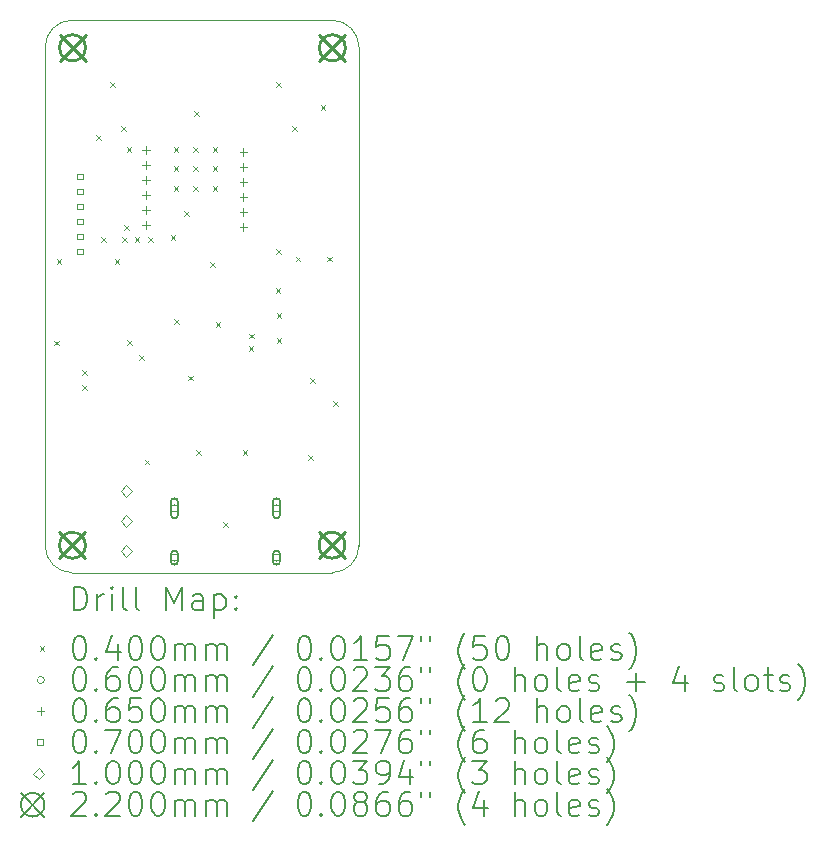
<source format=gbr>
%TF.GenerationSoftware,KiCad,Pcbnew,7.0.2-6a45011f42~172~ubuntu23.04.1*%
%TF.CreationDate,2023-05-23T16:14:19+02:00*%
%TF.ProjectId,pcb,7063622e-6b69-4636-9164-5f7063625858,rev?*%
%TF.SameCoordinates,Original*%
%TF.FileFunction,Drillmap*%
%TF.FilePolarity,Positive*%
%FSLAX45Y45*%
G04 Gerber Fmt 4.5, Leading zero omitted, Abs format (unit mm)*
G04 Created by KiCad (PCBNEW 7.0.2-6a45011f42~172~ubuntu23.04.1) date 2023-05-23 16:14:19*
%MOMM*%
%LPD*%
G01*
G04 APERTURE LIST*
%ADD10C,0.100000*%
%ADD11C,0.200000*%
%ADD12C,0.040000*%
%ADD13C,0.060000*%
%ADD14C,0.065000*%
%ADD15C,0.070000*%
%ADD16C,0.220000*%
G04 APERTURE END LIST*
D10*
X6321145Y-4241800D02*
X8521700Y-4241800D01*
X8521700Y-8918860D02*
G75*
G03*
X8750300Y-8690255I0J228600D01*
G01*
X6321145Y-4241805D02*
G75*
G03*
X6092545Y-4470400I-5J-228595D01*
G01*
X8521700Y-8918855D02*
X6321145Y-8918855D01*
X8750300Y-4470400D02*
X8750300Y-8690255D01*
X8750300Y-4470400D02*
G75*
G03*
X8521700Y-4241800I-228600J0D01*
G01*
X6092545Y-8690255D02*
G75*
G03*
X6321145Y-8918855I228595J-5D01*
G01*
X6092545Y-8690255D02*
X6092545Y-4470400D01*
D11*
D12*
X6167440Y-6954840D02*
X6207440Y-6994840D01*
X6207440Y-6954840D02*
X6167440Y-6994840D01*
X6190300Y-6266500D02*
X6230300Y-6306500D01*
X6230300Y-6266500D02*
X6190300Y-6306500D01*
X6406200Y-7206300D02*
X6446200Y-7246300D01*
X6446200Y-7206300D02*
X6406200Y-7246300D01*
X6406200Y-7333300D02*
X6446200Y-7373300D01*
X6446200Y-7333300D02*
X6406200Y-7373300D01*
X6526950Y-5212400D02*
X6566950Y-5252400D01*
X6566950Y-5212400D02*
X6526950Y-5252400D01*
X6566950Y-6076000D02*
X6606950Y-6116000D01*
X6606950Y-6076000D02*
X6566950Y-6116000D01*
X6644960Y-4765360D02*
X6684960Y-4805360D01*
X6684960Y-4765360D02*
X6644960Y-4805360D01*
X6680520Y-6263960D02*
X6720520Y-6303960D01*
X6720520Y-6263960D02*
X6680520Y-6303960D01*
X6736400Y-5136200D02*
X6776400Y-5176200D01*
X6776400Y-5136200D02*
X6736400Y-5176200D01*
X6747450Y-6076000D02*
X6787450Y-6116000D01*
X6787450Y-6076000D02*
X6747450Y-6116000D01*
X6761800Y-5976950D02*
X6801800Y-6016950D01*
X6801800Y-5976950D02*
X6761800Y-6016950D01*
X6782120Y-5319080D02*
X6822120Y-5359080D01*
X6822120Y-5319080D02*
X6782120Y-5359080D01*
X6787200Y-6949760D02*
X6827200Y-6989760D01*
X6827200Y-6949760D02*
X6787200Y-6989760D01*
X6850700Y-6076000D02*
X6890700Y-6116000D01*
X6890700Y-6076000D02*
X6850700Y-6116000D01*
X6888800Y-7079300D02*
X6928800Y-7119300D01*
X6928800Y-7079300D02*
X6888800Y-7119300D01*
X6934520Y-7962010D02*
X6974520Y-8002010D01*
X6974520Y-7962010D02*
X6934520Y-8002010D01*
X6965000Y-6076000D02*
X7005000Y-6116000D01*
X7005000Y-6076000D02*
X6965000Y-6116000D01*
X7155500Y-6063300D02*
X7195500Y-6103300D01*
X7195500Y-6063300D02*
X7155500Y-6103300D01*
X7180900Y-5314000D02*
X7220900Y-5354000D01*
X7220900Y-5314000D02*
X7180900Y-5354000D01*
X7180900Y-5479100D02*
X7220900Y-5519100D01*
X7220900Y-5479100D02*
X7180900Y-5519100D01*
X7180900Y-5644200D02*
X7220900Y-5684200D01*
X7220900Y-5644200D02*
X7180900Y-5684200D01*
X7183440Y-6771960D02*
X7223440Y-6811960D01*
X7223440Y-6771960D02*
X7183440Y-6811960D01*
X7269800Y-5860100D02*
X7309800Y-5900100D01*
X7309800Y-5860100D02*
X7269800Y-5900100D01*
X7302820Y-7252020D02*
X7342820Y-7292020D01*
X7342820Y-7252020D02*
X7302820Y-7292020D01*
X7346000Y-5314000D02*
X7386000Y-5354000D01*
X7386000Y-5314000D02*
X7346000Y-5354000D01*
X7346000Y-5479100D02*
X7386000Y-5519100D01*
X7386000Y-5479100D02*
X7346000Y-5519100D01*
X7346000Y-5644200D02*
X7386000Y-5684200D01*
X7386000Y-5644200D02*
X7346000Y-5684200D01*
X7356160Y-5014280D02*
X7396160Y-5054280D01*
X7396160Y-5014280D02*
X7356160Y-5054280D01*
X7371400Y-7879400D02*
X7411400Y-7919400D01*
X7411400Y-7879400D02*
X7371400Y-7919400D01*
X7492450Y-6291900D02*
X7532450Y-6331900D01*
X7532450Y-6291900D02*
X7492450Y-6331900D01*
X7511100Y-5314000D02*
X7551100Y-5354000D01*
X7551100Y-5314000D02*
X7511100Y-5354000D01*
X7511100Y-5479100D02*
X7551100Y-5519100D01*
X7551100Y-5479100D02*
X7511100Y-5519100D01*
X7511100Y-5644200D02*
X7551100Y-5684200D01*
X7551100Y-5644200D02*
X7511100Y-5684200D01*
X7537450Y-6796150D02*
X7577450Y-6836150D01*
X7577450Y-6796150D02*
X7537450Y-6836150D01*
X7600000Y-8489000D02*
X7640000Y-8529000D01*
X7640000Y-8489000D02*
X7600000Y-8529000D01*
X7765100Y-7879400D02*
X7805100Y-7919400D01*
X7805100Y-7879400D02*
X7765100Y-7919400D01*
X7815900Y-7003100D02*
X7855900Y-7043100D01*
X7855900Y-7003100D02*
X7815900Y-7043100D01*
X7822250Y-6895150D02*
X7862250Y-6935150D01*
X7862250Y-6895150D02*
X7822250Y-6935150D01*
X8044500Y-6507800D02*
X8084500Y-6547800D01*
X8084500Y-6507800D02*
X8044500Y-6547800D01*
X8047040Y-6182050D02*
X8087040Y-6222050D01*
X8087040Y-6182050D02*
X8047040Y-6222050D01*
X8047500Y-4765108D02*
X8087500Y-4805108D01*
X8087500Y-4765108D02*
X8047500Y-4805108D01*
X8052843Y-6719188D02*
X8092843Y-6759188D01*
X8092843Y-6719188D02*
X8052843Y-6759188D01*
X8052843Y-6935088D02*
X8092843Y-6975088D01*
X8092843Y-6935088D02*
X8052843Y-6975088D01*
X8184200Y-5136200D02*
X8224200Y-5176200D01*
X8224200Y-5136200D02*
X8184200Y-5176200D01*
X8214680Y-6243640D02*
X8254680Y-6283640D01*
X8254680Y-6243640D02*
X8214680Y-6283640D01*
X8321360Y-7925120D02*
X8361360Y-7965120D01*
X8361360Y-7925120D02*
X8321360Y-7965120D01*
X8336600Y-7269800D02*
X8376600Y-7309800D01*
X8376600Y-7269800D02*
X8336600Y-7309800D01*
X8425500Y-4958400D02*
X8465500Y-4998400D01*
X8465500Y-4958400D02*
X8425500Y-4998400D01*
X8478840Y-6243640D02*
X8518840Y-6283640D01*
X8518840Y-6243640D02*
X8478840Y-6283640D01*
X8529640Y-7467920D02*
X8569640Y-7507920D01*
X8569640Y-7467920D02*
X8529640Y-7507920D01*
D13*
X7218000Y-8373800D02*
G75*
G03*
X7218000Y-8373800I-30000J0D01*
G01*
D11*
X7158000Y-8318800D02*
X7158000Y-8428800D01*
X7158000Y-8428800D02*
G75*
G03*
X7218000Y-8428800I30000J0D01*
G01*
X7218000Y-8428800D02*
X7218000Y-8318800D01*
X7218000Y-8318800D02*
G75*
G03*
X7158000Y-8318800I-30000J0D01*
G01*
D13*
X7218000Y-8791800D02*
G75*
G03*
X7218000Y-8791800I-30000J0D01*
G01*
D11*
X7158000Y-8761800D02*
X7158000Y-8821800D01*
X7158000Y-8821800D02*
G75*
G03*
X7218000Y-8821800I30000J0D01*
G01*
X7218000Y-8821800D02*
X7218000Y-8761800D01*
X7218000Y-8761800D02*
G75*
G03*
X7158000Y-8761800I-30000J0D01*
G01*
D13*
X8082000Y-8373800D02*
G75*
G03*
X8082000Y-8373800I-30000J0D01*
G01*
D11*
X8022000Y-8318800D02*
X8022000Y-8428800D01*
X8022000Y-8428800D02*
G75*
G03*
X8082000Y-8428800I30000J0D01*
G01*
X8082000Y-8428800D02*
X8082000Y-8318800D01*
X8082000Y-8318800D02*
G75*
G03*
X8022000Y-8318800I-30000J0D01*
G01*
D13*
X8082000Y-8791800D02*
G75*
G03*
X8082000Y-8791800I-30000J0D01*
G01*
D11*
X8022000Y-8761800D02*
X8022000Y-8821800D01*
X8022000Y-8821800D02*
G75*
G03*
X8082000Y-8821800I30000J0D01*
G01*
X8082000Y-8821800D02*
X8082000Y-8761800D01*
X8082000Y-8761800D02*
G75*
G03*
X8022000Y-8761800I-30000J0D01*
G01*
D14*
X6950000Y-5309500D02*
X6950000Y-5374500D01*
X6917500Y-5342000D02*
X6982500Y-5342000D01*
X6950000Y-5436500D02*
X6950000Y-5501500D01*
X6917500Y-5469000D02*
X6982500Y-5469000D01*
X6950000Y-5563500D02*
X6950000Y-5628500D01*
X6917500Y-5596000D02*
X6982500Y-5596000D01*
X6950000Y-5690500D02*
X6950000Y-5755500D01*
X6917500Y-5723000D02*
X6982500Y-5723000D01*
X6950000Y-5817500D02*
X6950000Y-5882500D01*
X6917500Y-5850000D02*
X6982500Y-5850000D01*
X6950000Y-5944500D02*
X6950000Y-6009500D01*
X6917500Y-5977000D02*
X6982500Y-5977000D01*
X7772400Y-5326900D02*
X7772400Y-5391900D01*
X7739900Y-5359400D02*
X7804900Y-5359400D01*
X7772400Y-5453900D02*
X7772400Y-5518900D01*
X7739900Y-5486400D02*
X7804900Y-5486400D01*
X7772400Y-5580900D02*
X7772400Y-5645900D01*
X7739900Y-5613400D02*
X7804900Y-5613400D01*
X7772400Y-5707900D02*
X7772400Y-5772900D01*
X7739900Y-5740400D02*
X7804900Y-5740400D01*
X7772400Y-5834900D02*
X7772400Y-5899900D01*
X7739900Y-5867400D02*
X7804900Y-5867400D01*
X7772400Y-5961900D02*
X7772400Y-6026900D01*
X7739900Y-5994400D02*
X7804900Y-5994400D01*
D15*
X6412849Y-5589749D02*
X6412849Y-5540251D01*
X6363351Y-5540251D01*
X6363351Y-5589749D01*
X6412849Y-5589749D01*
X6412849Y-5716749D02*
X6412849Y-5667251D01*
X6363351Y-5667251D01*
X6363351Y-5716749D01*
X6412849Y-5716749D01*
X6412849Y-5843749D02*
X6412849Y-5794251D01*
X6363351Y-5794251D01*
X6363351Y-5843749D01*
X6412849Y-5843749D01*
X6412849Y-5970749D02*
X6412849Y-5921251D01*
X6363351Y-5921251D01*
X6363351Y-5970749D01*
X6412849Y-5970749D01*
X6412849Y-6097749D02*
X6412849Y-6048251D01*
X6363351Y-6048251D01*
X6363351Y-6097749D01*
X6412849Y-6097749D01*
X6412849Y-6224749D02*
X6412849Y-6175251D01*
X6363351Y-6175251D01*
X6363351Y-6224749D01*
X6412849Y-6224749D01*
D10*
X6781800Y-8279600D02*
X6831800Y-8229600D01*
X6781800Y-8179600D01*
X6731800Y-8229600D01*
X6781800Y-8279600D01*
X6781800Y-8533600D02*
X6831800Y-8483600D01*
X6781800Y-8433600D01*
X6731800Y-8483600D01*
X6781800Y-8533600D01*
X6781800Y-8787600D02*
X6831800Y-8737600D01*
X6781800Y-8687600D01*
X6731800Y-8737600D01*
X6781800Y-8787600D01*
D16*
X6214600Y-8576800D02*
X6434600Y-8796800D01*
X6434600Y-8576800D02*
X6214600Y-8796800D01*
X6434600Y-8686800D02*
G75*
G03*
X6434600Y-8686800I-110000J0D01*
G01*
X6215000Y-4365000D02*
X6435000Y-4585000D01*
X6435000Y-4365000D02*
X6215000Y-4585000D01*
X6435000Y-4475000D02*
G75*
G03*
X6435000Y-4475000I-110000J0D01*
G01*
X8411700Y-8576800D02*
X8631700Y-8796800D01*
X8631700Y-8576800D02*
X8411700Y-8796800D01*
X8631700Y-8686800D02*
G75*
G03*
X8631700Y-8686800I-110000J0D01*
G01*
X8415000Y-4365000D02*
X8635000Y-4585000D01*
X8635000Y-4365000D02*
X8415000Y-4585000D01*
X8635000Y-4475000D02*
G75*
G03*
X8635000Y-4475000I-110000J0D01*
G01*
D11*
X6335164Y-9236379D02*
X6335164Y-9036379D01*
X6335164Y-9036379D02*
X6382783Y-9036379D01*
X6382783Y-9036379D02*
X6411354Y-9045903D01*
X6411354Y-9045903D02*
X6430402Y-9064951D01*
X6430402Y-9064951D02*
X6439925Y-9083998D01*
X6439925Y-9083998D02*
X6449449Y-9122093D01*
X6449449Y-9122093D02*
X6449449Y-9150665D01*
X6449449Y-9150665D02*
X6439925Y-9188760D01*
X6439925Y-9188760D02*
X6430402Y-9207808D01*
X6430402Y-9207808D02*
X6411354Y-9226855D01*
X6411354Y-9226855D02*
X6382783Y-9236379D01*
X6382783Y-9236379D02*
X6335164Y-9236379D01*
X6535164Y-9236379D02*
X6535164Y-9103046D01*
X6535164Y-9141141D02*
X6544687Y-9122093D01*
X6544687Y-9122093D02*
X6554211Y-9112570D01*
X6554211Y-9112570D02*
X6573259Y-9103046D01*
X6573259Y-9103046D02*
X6592306Y-9103046D01*
X6658973Y-9236379D02*
X6658973Y-9103046D01*
X6658973Y-9036379D02*
X6649449Y-9045903D01*
X6649449Y-9045903D02*
X6658973Y-9055427D01*
X6658973Y-9055427D02*
X6668497Y-9045903D01*
X6668497Y-9045903D02*
X6658973Y-9036379D01*
X6658973Y-9036379D02*
X6658973Y-9055427D01*
X6782783Y-9236379D02*
X6763735Y-9226855D01*
X6763735Y-9226855D02*
X6754211Y-9207808D01*
X6754211Y-9207808D02*
X6754211Y-9036379D01*
X6887544Y-9236379D02*
X6868497Y-9226855D01*
X6868497Y-9226855D02*
X6858973Y-9207808D01*
X6858973Y-9207808D02*
X6858973Y-9036379D01*
X7116116Y-9236379D02*
X7116116Y-9036379D01*
X7116116Y-9036379D02*
X7182783Y-9179236D01*
X7182783Y-9179236D02*
X7249449Y-9036379D01*
X7249449Y-9036379D02*
X7249449Y-9236379D01*
X7430402Y-9236379D02*
X7430402Y-9131617D01*
X7430402Y-9131617D02*
X7420878Y-9112570D01*
X7420878Y-9112570D02*
X7401830Y-9103046D01*
X7401830Y-9103046D02*
X7363735Y-9103046D01*
X7363735Y-9103046D02*
X7344687Y-9112570D01*
X7430402Y-9226855D02*
X7411354Y-9236379D01*
X7411354Y-9236379D02*
X7363735Y-9236379D01*
X7363735Y-9236379D02*
X7344687Y-9226855D01*
X7344687Y-9226855D02*
X7335164Y-9207808D01*
X7335164Y-9207808D02*
X7335164Y-9188760D01*
X7335164Y-9188760D02*
X7344687Y-9169713D01*
X7344687Y-9169713D02*
X7363735Y-9160189D01*
X7363735Y-9160189D02*
X7411354Y-9160189D01*
X7411354Y-9160189D02*
X7430402Y-9150665D01*
X7525640Y-9103046D02*
X7525640Y-9303046D01*
X7525640Y-9112570D02*
X7544687Y-9103046D01*
X7544687Y-9103046D02*
X7582783Y-9103046D01*
X7582783Y-9103046D02*
X7601830Y-9112570D01*
X7601830Y-9112570D02*
X7611354Y-9122093D01*
X7611354Y-9122093D02*
X7620878Y-9141141D01*
X7620878Y-9141141D02*
X7620878Y-9198284D01*
X7620878Y-9198284D02*
X7611354Y-9217332D01*
X7611354Y-9217332D02*
X7601830Y-9226855D01*
X7601830Y-9226855D02*
X7582783Y-9236379D01*
X7582783Y-9236379D02*
X7544687Y-9236379D01*
X7544687Y-9236379D02*
X7525640Y-9226855D01*
X7706592Y-9217332D02*
X7716116Y-9226855D01*
X7716116Y-9226855D02*
X7706592Y-9236379D01*
X7706592Y-9236379D02*
X7697068Y-9226855D01*
X7697068Y-9226855D02*
X7706592Y-9217332D01*
X7706592Y-9217332D02*
X7706592Y-9236379D01*
X7706592Y-9112570D02*
X7716116Y-9122093D01*
X7716116Y-9122093D02*
X7706592Y-9131617D01*
X7706592Y-9131617D02*
X7697068Y-9122093D01*
X7697068Y-9122093D02*
X7706592Y-9112570D01*
X7706592Y-9112570D02*
X7706592Y-9131617D01*
D12*
X6047545Y-9543855D02*
X6087545Y-9583855D01*
X6087545Y-9543855D02*
X6047545Y-9583855D01*
D11*
X6373259Y-9456379D02*
X6392306Y-9456379D01*
X6392306Y-9456379D02*
X6411354Y-9465903D01*
X6411354Y-9465903D02*
X6420878Y-9475427D01*
X6420878Y-9475427D02*
X6430402Y-9494474D01*
X6430402Y-9494474D02*
X6439925Y-9532570D01*
X6439925Y-9532570D02*
X6439925Y-9580189D01*
X6439925Y-9580189D02*
X6430402Y-9618284D01*
X6430402Y-9618284D02*
X6420878Y-9637332D01*
X6420878Y-9637332D02*
X6411354Y-9646855D01*
X6411354Y-9646855D02*
X6392306Y-9656379D01*
X6392306Y-9656379D02*
X6373259Y-9656379D01*
X6373259Y-9656379D02*
X6354211Y-9646855D01*
X6354211Y-9646855D02*
X6344687Y-9637332D01*
X6344687Y-9637332D02*
X6335164Y-9618284D01*
X6335164Y-9618284D02*
X6325640Y-9580189D01*
X6325640Y-9580189D02*
X6325640Y-9532570D01*
X6325640Y-9532570D02*
X6335164Y-9494474D01*
X6335164Y-9494474D02*
X6344687Y-9475427D01*
X6344687Y-9475427D02*
X6354211Y-9465903D01*
X6354211Y-9465903D02*
X6373259Y-9456379D01*
X6525640Y-9637332D02*
X6535164Y-9646855D01*
X6535164Y-9646855D02*
X6525640Y-9656379D01*
X6525640Y-9656379D02*
X6516116Y-9646855D01*
X6516116Y-9646855D02*
X6525640Y-9637332D01*
X6525640Y-9637332D02*
X6525640Y-9656379D01*
X6706592Y-9523046D02*
X6706592Y-9656379D01*
X6658973Y-9446855D02*
X6611354Y-9589713D01*
X6611354Y-9589713D02*
X6735164Y-9589713D01*
X6849449Y-9456379D02*
X6868497Y-9456379D01*
X6868497Y-9456379D02*
X6887545Y-9465903D01*
X6887545Y-9465903D02*
X6897068Y-9475427D01*
X6897068Y-9475427D02*
X6906592Y-9494474D01*
X6906592Y-9494474D02*
X6916116Y-9532570D01*
X6916116Y-9532570D02*
X6916116Y-9580189D01*
X6916116Y-9580189D02*
X6906592Y-9618284D01*
X6906592Y-9618284D02*
X6897068Y-9637332D01*
X6897068Y-9637332D02*
X6887545Y-9646855D01*
X6887545Y-9646855D02*
X6868497Y-9656379D01*
X6868497Y-9656379D02*
X6849449Y-9656379D01*
X6849449Y-9656379D02*
X6830402Y-9646855D01*
X6830402Y-9646855D02*
X6820878Y-9637332D01*
X6820878Y-9637332D02*
X6811354Y-9618284D01*
X6811354Y-9618284D02*
X6801830Y-9580189D01*
X6801830Y-9580189D02*
X6801830Y-9532570D01*
X6801830Y-9532570D02*
X6811354Y-9494474D01*
X6811354Y-9494474D02*
X6820878Y-9475427D01*
X6820878Y-9475427D02*
X6830402Y-9465903D01*
X6830402Y-9465903D02*
X6849449Y-9456379D01*
X7039925Y-9456379D02*
X7058973Y-9456379D01*
X7058973Y-9456379D02*
X7078021Y-9465903D01*
X7078021Y-9465903D02*
X7087545Y-9475427D01*
X7087545Y-9475427D02*
X7097068Y-9494474D01*
X7097068Y-9494474D02*
X7106592Y-9532570D01*
X7106592Y-9532570D02*
X7106592Y-9580189D01*
X7106592Y-9580189D02*
X7097068Y-9618284D01*
X7097068Y-9618284D02*
X7087545Y-9637332D01*
X7087545Y-9637332D02*
X7078021Y-9646855D01*
X7078021Y-9646855D02*
X7058973Y-9656379D01*
X7058973Y-9656379D02*
X7039925Y-9656379D01*
X7039925Y-9656379D02*
X7020878Y-9646855D01*
X7020878Y-9646855D02*
X7011354Y-9637332D01*
X7011354Y-9637332D02*
X7001830Y-9618284D01*
X7001830Y-9618284D02*
X6992306Y-9580189D01*
X6992306Y-9580189D02*
X6992306Y-9532570D01*
X6992306Y-9532570D02*
X7001830Y-9494474D01*
X7001830Y-9494474D02*
X7011354Y-9475427D01*
X7011354Y-9475427D02*
X7020878Y-9465903D01*
X7020878Y-9465903D02*
X7039925Y-9456379D01*
X7192306Y-9656379D02*
X7192306Y-9523046D01*
X7192306Y-9542093D02*
X7201830Y-9532570D01*
X7201830Y-9532570D02*
X7220878Y-9523046D01*
X7220878Y-9523046D02*
X7249449Y-9523046D01*
X7249449Y-9523046D02*
X7268497Y-9532570D01*
X7268497Y-9532570D02*
X7278021Y-9551617D01*
X7278021Y-9551617D02*
X7278021Y-9656379D01*
X7278021Y-9551617D02*
X7287545Y-9532570D01*
X7287545Y-9532570D02*
X7306592Y-9523046D01*
X7306592Y-9523046D02*
X7335164Y-9523046D01*
X7335164Y-9523046D02*
X7354211Y-9532570D01*
X7354211Y-9532570D02*
X7363735Y-9551617D01*
X7363735Y-9551617D02*
X7363735Y-9656379D01*
X7458973Y-9656379D02*
X7458973Y-9523046D01*
X7458973Y-9542093D02*
X7468497Y-9532570D01*
X7468497Y-9532570D02*
X7487545Y-9523046D01*
X7487545Y-9523046D02*
X7516116Y-9523046D01*
X7516116Y-9523046D02*
X7535164Y-9532570D01*
X7535164Y-9532570D02*
X7544687Y-9551617D01*
X7544687Y-9551617D02*
X7544687Y-9656379D01*
X7544687Y-9551617D02*
X7554211Y-9532570D01*
X7554211Y-9532570D02*
X7573259Y-9523046D01*
X7573259Y-9523046D02*
X7601830Y-9523046D01*
X7601830Y-9523046D02*
X7620878Y-9532570D01*
X7620878Y-9532570D02*
X7630402Y-9551617D01*
X7630402Y-9551617D02*
X7630402Y-9656379D01*
X8020878Y-9446855D02*
X7849449Y-9703998D01*
X8278021Y-9456379D02*
X8297069Y-9456379D01*
X8297069Y-9456379D02*
X8316116Y-9465903D01*
X8316116Y-9465903D02*
X8325640Y-9475427D01*
X8325640Y-9475427D02*
X8335164Y-9494474D01*
X8335164Y-9494474D02*
X8344688Y-9532570D01*
X8344688Y-9532570D02*
X8344688Y-9580189D01*
X8344688Y-9580189D02*
X8335164Y-9618284D01*
X8335164Y-9618284D02*
X8325640Y-9637332D01*
X8325640Y-9637332D02*
X8316116Y-9646855D01*
X8316116Y-9646855D02*
X8297069Y-9656379D01*
X8297069Y-9656379D02*
X8278021Y-9656379D01*
X8278021Y-9656379D02*
X8258973Y-9646855D01*
X8258973Y-9646855D02*
X8249449Y-9637332D01*
X8249449Y-9637332D02*
X8239926Y-9618284D01*
X8239926Y-9618284D02*
X8230402Y-9580189D01*
X8230402Y-9580189D02*
X8230402Y-9532570D01*
X8230402Y-9532570D02*
X8239926Y-9494474D01*
X8239926Y-9494474D02*
X8249449Y-9475427D01*
X8249449Y-9475427D02*
X8258973Y-9465903D01*
X8258973Y-9465903D02*
X8278021Y-9456379D01*
X8430402Y-9637332D02*
X8439926Y-9646855D01*
X8439926Y-9646855D02*
X8430402Y-9656379D01*
X8430402Y-9656379D02*
X8420878Y-9646855D01*
X8420878Y-9646855D02*
X8430402Y-9637332D01*
X8430402Y-9637332D02*
X8430402Y-9656379D01*
X8563735Y-9456379D02*
X8582783Y-9456379D01*
X8582783Y-9456379D02*
X8601831Y-9465903D01*
X8601831Y-9465903D02*
X8611354Y-9475427D01*
X8611354Y-9475427D02*
X8620878Y-9494474D01*
X8620878Y-9494474D02*
X8630402Y-9532570D01*
X8630402Y-9532570D02*
X8630402Y-9580189D01*
X8630402Y-9580189D02*
X8620878Y-9618284D01*
X8620878Y-9618284D02*
X8611354Y-9637332D01*
X8611354Y-9637332D02*
X8601831Y-9646855D01*
X8601831Y-9646855D02*
X8582783Y-9656379D01*
X8582783Y-9656379D02*
X8563735Y-9656379D01*
X8563735Y-9656379D02*
X8544688Y-9646855D01*
X8544688Y-9646855D02*
X8535164Y-9637332D01*
X8535164Y-9637332D02*
X8525640Y-9618284D01*
X8525640Y-9618284D02*
X8516116Y-9580189D01*
X8516116Y-9580189D02*
X8516116Y-9532570D01*
X8516116Y-9532570D02*
X8525640Y-9494474D01*
X8525640Y-9494474D02*
X8535164Y-9475427D01*
X8535164Y-9475427D02*
X8544688Y-9465903D01*
X8544688Y-9465903D02*
X8563735Y-9456379D01*
X8820878Y-9656379D02*
X8706592Y-9656379D01*
X8763735Y-9656379D02*
X8763735Y-9456379D01*
X8763735Y-9456379D02*
X8744688Y-9484951D01*
X8744688Y-9484951D02*
X8725640Y-9503998D01*
X8725640Y-9503998D02*
X8706592Y-9513522D01*
X9001831Y-9456379D02*
X8906592Y-9456379D01*
X8906592Y-9456379D02*
X8897069Y-9551617D01*
X8897069Y-9551617D02*
X8906592Y-9542093D01*
X8906592Y-9542093D02*
X8925640Y-9532570D01*
X8925640Y-9532570D02*
X8973259Y-9532570D01*
X8973259Y-9532570D02*
X8992307Y-9542093D01*
X8992307Y-9542093D02*
X9001831Y-9551617D01*
X9001831Y-9551617D02*
X9011354Y-9570665D01*
X9011354Y-9570665D02*
X9011354Y-9618284D01*
X9011354Y-9618284D02*
X9001831Y-9637332D01*
X9001831Y-9637332D02*
X8992307Y-9646855D01*
X8992307Y-9646855D02*
X8973259Y-9656379D01*
X8973259Y-9656379D02*
X8925640Y-9656379D01*
X8925640Y-9656379D02*
X8906592Y-9646855D01*
X8906592Y-9646855D02*
X8897069Y-9637332D01*
X9078021Y-9456379D02*
X9211354Y-9456379D01*
X9211354Y-9456379D02*
X9125640Y-9656379D01*
X9278021Y-9456379D02*
X9278021Y-9494474D01*
X9354212Y-9456379D02*
X9354212Y-9494474D01*
X9649450Y-9732570D02*
X9639926Y-9723046D01*
X9639926Y-9723046D02*
X9620878Y-9694474D01*
X9620878Y-9694474D02*
X9611354Y-9675427D01*
X9611354Y-9675427D02*
X9601831Y-9646855D01*
X9601831Y-9646855D02*
X9592307Y-9599236D01*
X9592307Y-9599236D02*
X9592307Y-9561141D01*
X9592307Y-9561141D02*
X9601831Y-9513522D01*
X9601831Y-9513522D02*
X9611354Y-9484951D01*
X9611354Y-9484951D02*
X9620878Y-9465903D01*
X9620878Y-9465903D02*
X9639926Y-9437332D01*
X9639926Y-9437332D02*
X9649450Y-9427808D01*
X9820878Y-9456379D02*
X9725640Y-9456379D01*
X9725640Y-9456379D02*
X9716116Y-9551617D01*
X9716116Y-9551617D02*
X9725640Y-9542093D01*
X9725640Y-9542093D02*
X9744688Y-9532570D01*
X9744688Y-9532570D02*
X9792307Y-9532570D01*
X9792307Y-9532570D02*
X9811354Y-9542093D01*
X9811354Y-9542093D02*
X9820878Y-9551617D01*
X9820878Y-9551617D02*
X9830402Y-9570665D01*
X9830402Y-9570665D02*
X9830402Y-9618284D01*
X9830402Y-9618284D02*
X9820878Y-9637332D01*
X9820878Y-9637332D02*
X9811354Y-9646855D01*
X9811354Y-9646855D02*
X9792307Y-9656379D01*
X9792307Y-9656379D02*
X9744688Y-9656379D01*
X9744688Y-9656379D02*
X9725640Y-9646855D01*
X9725640Y-9646855D02*
X9716116Y-9637332D01*
X9954212Y-9456379D02*
X9973259Y-9456379D01*
X9973259Y-9456379D02*
X9992307Y-9465903D01*
X9992307Y-9465903D02*
X10001831Y-9475427D01*
X10001831Y-9475427D02*
X10011354Y-9494474D01*
X10011354Y-9494474D02*
X10020878Y-9532570D01*
X10020878Y-9532570D02*
X10020878Y-9580189D01*
X10020878Y-9580189D02*
X10011354Y-9618284D01*
X10011354Y-9618284D02*
X10001831Y-9637332D01*
X10001831Y-9637332D02*
X9992307Y-9646855D01*
X9992307Y-9646855D02*
X9973259Y-9656379D01*
X9973259Y-9656379D02*
X9954212Y-9656379D01*
X9954212Y-9656379D02*
X9935164Y-9646855D01*
X9935164Y-9646855D02*
X9925640Y-9637332D01*
X9925640Y-9637332D02*
X9916116Y-9618284D01*
X9916116Y-9618284D02*
X9906593Y-9580189D01*
X9906593Y-9580189D02*
X9906593Y-9532570D01*
X9906593Y-9532570D02*
X9916116Y-9494474D01*
X9916116Y-9494474D02*
X9925640Y-9475427D01*
X9925640Y-9475427D02*
X9935164Y-9465903D01*
X9935164Y-9465903D02*
X9954212Y-9456379D01*
X10258974Y-9656379D02*
X10258974Y-9456379D01*
X10344688Y-9656379D02*
X10344688Y-9551617D01*
X10344688Y-9551617D02*
X10335164Y-9532570D01*
X10335164Y-9532570D02*
X10316116Y-9523046D01*
X10316116Y-9523046D02*
X10287545Y-9523046D01*
X10287545Y-9523046D02*
X10268497Y-9532570D01*
X10268497Y-9532570D02*
X10258974Y-9542093D01*
X10468497Y-9656379D02*
X10449450Y-9646855D01*
X10449450Y-9646855D02*
X10439926Y-9637332D01*
X10439926Y-9637332D02*
X10430402Y-9618284D01*
X10430402Y-9618284D02*
X10430402Y-9561141D01*
X10430402Y-9561141D02*
X10439926Y-9542093D01*
X10439926Y-9542093D02*
X10449450Y-9532570D01*
X10449450Y-9532570D02*
X10468497Y-9523046D01*
X10468497Y-9523046D02*
X10497069Y-9523046D01*
X10497069Y-9523046D02*
X10516116Y-9532570D01*
X10516116Y-9532570D02*
X10525640Y-9542093D01*
X10525640Y-9542093D02*
X10535164Y-9561141D01*
X10535164Y-9561141D02*
X10535164Y-9618284D01*
X10535164Y-9618284D02*
X10525640Y-9637332D01*
X10525640Y-9637332D02*
X10516116Y-9646855D01*
X10516116Y-9646855D02*
X10497069Y-9656379D01*
X10497069Y-9656379D02*
X10468497Y-9656379D01*
X10649450Y-9656379D02*
X10630402Y-9646855D01*
X10630402Y-9646855D02*
X10620878Y-9627808D01*
X10620878Y-9627808D02*
X10620878Y-9456379D01*
X10801831Y-9646855D02*
X10782783Y-9656379D01*
X10782783Y-9656379D02*
X10744688Y-9656379D01*
X10744688Y-9656379D02*
X10725640Y-9646855D01*
X10725640Y-9646855D02*
X10716116Y-9627808D01*
X10716116Y-9627808D02*
X10716116Y-9551617D01*
X10716116Y-9551617D02*
X10725640Y-9532570D01*
X10725640Y-9532570D02*
X10744688Y-9523046D01*
X10744688Y-9523046D02*
X10782783Y-9523046D01*
X10782783Y-9523046D02*
X10801831Y-9532570D01*
X10801831Y-9532570D02*
X10811355Y-9551617D01*
X10811355Y-9551617D02*
X10811355Y-9570665D01*
X10811355Y-9570665D02*
X10716116Y-9589713D01*
X10887545Y-9646855D02*
X10906593Y-9656379D01*
X10906593Y-9656379D02*
X10944688Y-9656379D01*
X10944688Y-9656379D02*
X10963736Y-9646855D01*
X10963736Y-9646855D02*
X10973259Y-9627808D01*
X10973259Y-9627808D02*
X10973259Y-9618284D01*
X10973259Y-9618284D02*
X10963736Y-9599236D01*
X10963736Y-9599236D02*
X10944688Y-9589713D01*
X10944688Y-9589713D02*
X10916116Y-9589713D01*
X10916116Y-9589713D02*
X10897069Y-9580189D01*
X10897069Y-9580189D02*
X10887545Y-9561141D01*
X10887545Y-9561141D02*
X10887545Y-9551617D01*
X10887545Y-9551617D02*
X10897069Y-9532570D01*
X10897069Y-9532570D02*
X10916116Y-9523046D01*
X10916116Y-9523046D02*
X10944688Y-9523046D01*
X10944688Y-9523046D02*
X10963736Y-9532570D01*
X11039926Y-9732570D02*
X11049450Y-9723046D01*
X11049450Y-9723046D02*
X11068497Y-9694474D01*
X11068497Y-9694474D02*
X11078021Y-9675427D01*
X11078021Y-9675427D02*
X11087545Y-9646855D01*
X11087545Y-9646855D02*
X11097069Y-9599236D01*
X11097069Y-9599236D02*
X11097069Y-9561141D01*
X11097069Y-9561141D02*
X11087545Y-9513522D01*
X11087545Y-9513522D02*
X11078021Y-9484951D01*
X11078021Y-9484951D02*
X11068497Y-9465903D01*
X11068497Y-9465903D02*
X11049450Y-9437332D01*
X11049450Y-9437332D02*
X11039926Y-9427808D01*
D13*
X6087545Y-9827855D02*
G75*
G03*
X6087545Y-9827855I-30000J0D01*
G01*
D11*
X6373259Y-9720379D02*
X6392306Y-9720379D01*
X6392306Y-9720379D02*
X6411354Y-9729903D01*
X6411354Y-9729903D02*
X6420878Y-9739427D01*
X6420878Y-9739427D02*
X6430402Y-9758474D01*
X6430402Y-9758474D02*
X6439925Y-9796570D01*
X6439925Y-9796570D02*
X6439925Y-9844189D01*
X6439925Y-9844189D02*
X6430402Y-9882284D01*
X6430402Y-9882284D02*
X6420878Y-9901332D01*
X6420878Y-9901332D02*
X6411354Y-9910855D01*
X6411354Y-9910855D02*
X6392306Y-9920379D01*
X6392306Y-9920379D02*
X6373259Y-9920379D01*
X6373259Y-9920379D02*
X6354211Y-9910855D01*
X6354211Y-9910855D02*
X6344687Y-9901332D01*
X6344687Y-9901332D02*
X6335164Y-9882284D01*
X6335164Y-9882284D02*
X6325640Y-9844189D01*
X6325640Y-9844189D02*
X6325640Y-9796570D01*
X6325640Y-9796570D02*
X6335164Y-9758474D01*
X6335164Y-9758474D02*
X6344687Y-9739427D01*
X6344687Y-9739427D02*
X6354211Y-9729903D01*
X6354211Y-9729903D02*
X6373259Y-9720379D01*
X6525640Y-9901332D02*
X6535164Y-9910855D01*
X6535164Y-9910855D02*
X6525640Y-9920379D01*
X6525640Y-9920379D02*
X6516116Y-9910855D01*
X6516116Y-9910855D02*
X6525640Y-9901332D01*
X6525640Y-9901332D02*
X6525640Y-9920379D01*
X6706592Y-9720379D02*
X6668497Y-9720379D01*
X6668497Y-9720379D02*
X6649449Y-9729903D01*
X6649449Y-9729903D02*
X6639925Y-9739427D01*
X6639925Y-9739427D02*
X6620878Y-9767998D01*
X6620878Y-9767998D02*
X6611354Y-9806093D01*
X6611354Y-9806093D02*
X6611354Y-9882284D01*
X6611354Y-9882284D02*
X6620878Y-9901332D01*
X6620878Y-9901332D02*
X6630402Y-9910855D01*
X6630402Y-9910855D02*
X6649449Y-9920379D01*
X6649449Y-9920379D02*
X6687545Y-9920379D01*
X6687545Y-9920379D02*
X6706592Y-9910855D01*
X6706592Y-9910855D02*
X6716116Y-9901332D01*
X6716116Y-9901332D02*
X6725640Y-9882284D01*
X6725640Y-9882284D02*
X6725640Y-9834665D01*
X6725640Y-9834665D02*
X6716116Y-9815617D01*
X6716116Y-9815617D02*
X6706592Y-9806093D01*
X6706592Y-9806093D02*
X6687545Y-9796570D01*
X6687545Y-9796570D02*
X6649449Y-9796570D01*
X6649449Y-9796570D02*
X6630402Y-9806093D01*
X6630402Y-9806093D02*
X6620878Y-9815617D01*
X6620878Y-9815617D02*
X6611354Y-9834665D01*
X6849449Y-9720379D02*
X6868497Y-9720379D01*
X6868497Y-9720379D02*
X6887545Y-9729903D01*
X6887545Y-9729903D02*
X6897068Y-9739427D01*
X6897068Y-9739427D02*
X6906592Y-9758474D01*
X6906592Y-9758474D02*
X6916116Y-9796570D01*
X6916116Y-9796570D02*
X6916116Y-9844189D01*
X6916116Y-9844189D02*
X6906592Y-9882284D01*
X6906592Y-9882284D02*
X6897068Y-9901332D01*
X6897068Y-9901332D02*
X6887545Y-9910855D01*
X6887545Y-9910855D02*
X6868497Y-9920379D01*
X6868497Y-9920379D02*
X6849449Y-9920379D01*
X6849449Y-9920379D02*
X6830402Y-9910855D01*
X6830402Y-9910855D02*
X6820878Y-9901332D01*
X6820878Y-9901332D02*
X6811354Y-9882284D01*
X6811354Y-9882284D02*
X6801830Y-9844189D01*
X6801830Y-9844189D02*
X6801830Y-9796570D01*
X6801830Y-9796570D02*
X6811354Y-9758474D01*
X6811354Y-9758474D02*
X6820878Y-9739427D01*
X6820878Y-9739427D02*
X6830402Y-9729903D01*
X6830402Y-9729903D02*
X6849449Y-9720379D01*
X7039925Y-9720379D02*
X7058973Y-9720379D01*
X7058973Y-9720379D02*
X7078021Y-9729903D01*
X7078021Y-9729903D02*
X7087545Y-9739427D01*
X7087545Y-9739427D02*
X7097068Y-9758474D01*
X7097068Y-9758474D02*
X7106592Y-9796570D01*
X7106592Y-9796570D02*
X7106592Y-9844189D01*
X7106592Y-9844189D02*
X7097068Y-9882284D01*
X7097068Y-9882284D02*
X7087545Y-9901332D01*
X7087545Y-9901332D02*
X7078021Y-9910855D01*
X7078021Y-9910855D02*
X7058973Y-9920379D01*
X7058973Y-9920379D02*
X7039925Y-9920379D01*
X7039925Y-9920379D02*
X7020878Y-9910855D01*
X7020878Y-9910855D02*
X7011354Y-9901332D01*
X7011354Y-9901332D02*
X7001830Y-9882284D01*
X7001830Y-9882284D02*
X6992306Y-9844189D01*
X6992306Y-9844189D02*
X6992306Y-9796570D01*
X6992306Y-9796570D02*
X7001830Y-9758474D01*
X7001830Y-9758474D02*
X7011354Y-9739427D01*
X7011354Y-9739427D02*
X7020878Y-9729903D01*
X7020878Y-9729903D02*
X7039925Y-9720379D01*
X7192306Y-9920379D02*
X7192306Y-9787046D01*
X7192306Y-9806093D02*
X7201830Y-9796570D01*
X7201830Y-9796570D02*
X7220878Y-9787046D01*
X7220878Y-9787046D02*
X7249449Y-9787046D01*
X7249449Y-9787046D02*
X7268497Y-9796570D01*
X7268497Y-9796570D02*
X7278021Y-9815617D01*
X7278021Y-9815617D02*
X7278021Y-9920379D01*
X7278021Y-9815617D02*
X7287545Y-9796570D01*
X7287545Y-9796570D02*
X7306592Y-9787046D01*
X7306592Y-9787046D02*
X7335164Y-9787046D01*
X7335164Y-9787046D02*
X7354211Y-9796570D01*
X7354211Y-9796570D02*
X7363735Y-9815617D01*
X7363735Y-9815617D02*
X7363735Y-9920379D01*
X7458973Y-9920379D02*
X7458973Y-9787046D01*
X7458973Y-9806093D02*
X7468497Y-9796570D01*
X7468497Y-9796570D02*
X7487545Y-9787046D01*
X7487545Y-9787046D02*
X7516116Y-9787046D01*
X7516116Y-9787046D02*
X7535164Y-9796570D01*
X7535164Y-9796570D02*
X7544687Y-9815617D01*
X7544687Y-9815617D02*
X7544687Y-9920379D01*
X7544687Y-9815617D02*
X7554211Y-9796570D01*
X7554211Y-9796570D02*
X7573259Y-9787046D01*
X7573259Y-9787046D02*
X7601830Y-9787046D01*
X7601830Y-9787046D02*
X7620878Y-9796570D01*
X7620878Y-9796570D02*
X7630402Y-9815617D01*
X7630402Y-9815617D02*
X7630402Y-9920379D01*
X8020878Y-9710855D02*
X7849449Y-9967998D01*
X8278021Y-9720379D02*
X8297069Y-9720379D01*
X8297069Y-9720379D02*
X8316116Y-9729903D01*
X8316116Y-9729903D02*
X8325640Y-9739427D01*
X8325640Y-9739427D02*
X8335164Y-9758474D01*
X8335164Y-9758474D02*
X8344688Y-9796570D01*
X8344688Y-9796570D02*
X8344688Y-9844189D01*
X8344688Y-9844189D02*
X8335164Y-9882284D01*
X8335164Y-9882284D02*
X8325640Y-9901332D01*
X8325640Y-9901332D02*
X8316116Y-9910855D01*
X8316116Y-9910855D02*
X8297069Y-9920379D01*
X8297069Y-9920379D02*
X8278021Y-9920379D01*
X8278021Y-9920379D02*
X8258973Y-9910855D01*
X8258973Y-9910855D02*
X8249449Y-9901332D01*
X8249449Y-9901332D02*
X8239926Y-9882284D01*
X8239926Y-9882284D02*
X8230402Y-9844189D01*
X8230402Y-9844189D02*
X8230402Y-9796570D01*
X8230402Y-9796570D02*
X8239926Y-9758474D01*
X8239926Y-9758474D02*
X8249449Y-9739427D01*
X8249449Y-9739427D02*
X8258973Y-9729903D01*
X8258973Y-9729903D02*
X8278021Y-9720379D01*
X8430402Y-9901332D02*
X8439926Y-9910855D01*
X8439926Y-9910855D02*
X8430402Y-9920379D01*
X8430402Y-9920379D02*
X8420878Y-9910855D01*
X8420878Y-9910855D02*
X8430402Y-9901332D01*
X8430402Y-9901332D02*
X8430402Y-9920379D01*
X8563735Y-9720379D02*
X8582783Y-9720379D01*
X8582783Y-9720379D02*
X8601831Y-9729903D01*
X8601831Y-9729903D02*
X8611354Y-9739427D01*
X8611354Y-9739427D02*
X8620878Y-9758474D01*
X8620878Y-9758474D02*
X8630402Y-9796570D01*
X8630402Y-9796570D02*
X8630402Y-9844189D01*
X8630402Y-9844189D02*
X8620878Y-9882284D01*
X8620878Y-9882284D02*
X8611354Y-9901332D01*
X8611354Y-9901332D02*
X8601831Y-9910855D01*
X8601831Y-9910855D02*
X8582783Y-9920379D01*
X8582783Y-9920379D02*
X8563735Y-9920379D01*
X8563735Y-9920379D02*
X8544688Y-9910855D01*
X8544688Y-9910855D02*
X8535164Y-9901332D01*
X8535164Y-9901332D02*
X8525640Y-9882284D01*
X8525640Y-9882284D02*
X8516116Y-9844189D01*
X8516116Y-9844189D02*
X8516116Y-9796570D01*
X8516116Y-9796570D02*
X8525640Y-9758474D01*
X8525640Y-9758474D02*
X8535164Y-9739427D01*
X8535164Y-9739427D02*
X8544688Y-9729903D01*
X8544688Y-9729903D02*
X8563735Y-9720379D01*
X8706592Y-9739427D02*
X8716116Y-9729903D01*
X8716116Y-9729903D02*
X8735164Y-9720379D01*
X8735164Y-9720379D02*
X8782783Y-9720379D01*
X8782783Y-9720379D02*
X8801831Y-9729903D01*
X8801831Y-9729903D02*
X8811354Y-9739427D01*
X8811354Y-9739427D02*
X8820878Y-9758474D01*
X8820878Y-9758474D02*
X8820878Y-9777522D01*
X8820878Y-9777522D02*
X8811354Y-9806093D01*
X8811354Y-9806093D02*
X8697069Y-9920379D01*
X8697069Y-9920379D02*
X8820878Y-9920379D01*
X8887545Y-9720379D02*
X9011354Y-9720379D01*
X9011354Y-9720379D02*
X8944688Y-9796570D01*
X8944688Y-9796570D02*
X8973259Y-9796570D01*
X8973259Y-9796570D02*
X8992307Y-9806093D01*
X8992307Y-9806093D02*
X9001831Y-9815617D01*
X9001831Y-9815617D02*
X9011354Y-9834665D01*
X9011354Y-9834665D02*
X9011354Y-9882284D01*
X9011354Y-9882284D02*
X9001831Y-9901332D01*
X9001831Y-9901332D02*
X8992307Y-9910855D01*
X8992307Y-9910855D02*
X8973259Y-9920379D01*
X8973259Y-9920379D02*
X8916116Y-9920379D01*
X8916116Y-9920379D02*
X8897069Y-9910855D01*
X8897069Y-9910855D02*
X8887545Y-9901332D01*
X9182783Y-9720379D02*
X9144688Y-9720379D01*
X9144688Y-9720379D02*
X9125640Y-9729903D01*
X9125640Y-9729903D02*
X9116116Y-9739427D01*
X9116116Y-9739427D02*
X9097069Y-9767998D01*
X9097069Y-9767998D02*
X9087545Y-9806093D01*
X9087545Y-9806093D02*
X9087545Y-9882284D01*
X9087545Y-9882284D02*
X9097069Y-9901332D01*
X9097069Y-9901332D02*
X9106592Y-9910855D01*
X9106592Y-9910855D02*
X9125640Y-9920379D01*
X9125640Y-9920379D02*
X9163735Y-9920379D01*
X9163735Y-9920379D02*
X9182783Y-9910855D01*
X9182783Y-9910855D02*
X9192307Y-9901332D01*
X9192307Y-9901332D02*
X9201831Y-9882284D01*
X9201831Y-9882284D02*
X9201831Y-9834665D01*
X9201831Y-9834665D02*
X9192307Y-9815617D01*
X9192307Y-9815617D02*
X9182783Y-9806093D01*
X9182783Y-9806093D02*
X9163735Y-9796570D01*
X9163735Y-9796570D02*
X9125640Y-9796570D01*
X9125640Y-9796570D02*
X9106592Y-9806093D01*
X9106592Y-9806093D02*
X9097069Y-9815617D01*
X9097069Y-9815617D02*
X9087545Y-9834665D01*
X9278021Y-9720379D02*
X9278021Y-9758474D01*
X9354212Y-9720379D02*
X9354212Y-9758474D01*
X9649450Y-9996570D02*
X9639926Y-9987046D01*
X9639926Y-9987046D02*
X9620878Y-9958474D01*
X9620878Y-9958474D02*
X9611354Y-9939427D01*
X9611354Y-9939427D02*
X9601831Y-9910855D01*
X9601831Y-9910855D02*
X9592307Y-9863236D01*
X9592307Y-9863236D02*
X9592307Y-9825141D01*
X9592307Y-9825141D02*
X9601831Y-9777522D01*
X9601831Y-9777522D02*
X9611354Y-9748951D01*
X9611354Y-9748951D02*
X9620878Y-9729903D01*
X9620878Y-9729903D02*
X9639926Y-9701332D01*
X9639926Y-9701332D02*
X9649450Y-9691808D01*
X9763735Y-9720379D02*
X9782783Y-9720379D01*
X9782783Y-9720379D02*
X9801831Y-9729903D01*
X9801831Y-9729903D02*
X9811354Y-9739427D01*
X9811354Y-9739427D02*
X9820878Y-9758474D01*
X9820878Y-9758474D02*
X9830402Y-9796570D01*
X9830402Y-9796570D02*
X9830402Y-9844189D01*
X9830402Y-9844189D02*
X9820878Y-9882284D01*
X9820878Y-9882284D02*
X9811354Y-9901332D01*
X9811354Y-9901332D02*
X9801831Y-9910855D01*
X9801831Y-9910855D02*
X9782783Y-9920379D01*
X9782783Y-9920379D02*
X9763735Y-9920379D01*
X9763735Y-9920379D02*
X9744688Y-9910855D01*
X9744688Y-9910855D02*
X9735164Y-9901332D01*
X9735164Y-9901332D02*
X9725640Y-9882284D01*
X9725640Y-9882284D02*
X9716116Y-9844189D01*
X9716116Y-9844189D02*
X9716116Y-9796570D01*
X9716116Y-9796570D02*
X9725640Y-9758474D01*
X9725640Y-9758474D02*
X9735164Y-9739427D01*
X9735164Y-9739427D02*
X9744688Y-9729903D01*
X9744688Y-9729903D02*
X9763735Y-9720379D01*
X10068497Y-9920379D02*
X10068497Y-9720379D01*
X10154212Y-9920379D02*
X10154212Y-9815617D01*
X10154212Y-9815617D02*
X10144688Y-9796570D01*
X10144688Y-9796570D02*
X10125640Y-9787046D01*
X10125640Y-9787046D02*
X10097069Y-9787046D01*
X10097069Y-9787046D02*
X10078021Y-9796570D01*
X10078021Y-9796570D02*
X10068497Y-9806093D01*
X10278021Y-9920379D02*
X10258974Y-9910855D01*
X10258974Y-9910855D02*
X10249450Y-9901332D01*
X10249450Y-9901332D02*
X10239926Y-9882284D01*
X10239926Y-9882284D02*
X10239926Y-9825141D01*
X10239926Y-9825141D02*
X10249450Y-9806093D01*
X10249450Y-9806093D02*
X10258974Y-9796570D01*
X10258974Y-9796570D02*
X10278021Y-9787046D01*
X10278021Y-9787046D02*
X10306593Y-9787046D01*
X10306593Y-9787046D02*
X10325640Y-9796570D01*
X10325640Y-9796570D02*
X10335164Y-9806093D01*
X10335164Y-9806093D02*
X10344688Y-9825141D01*
X10344688Y-9825141D02*
X10344688Y-9882284D01*
X10344688Y-9882284D02*
X10335164Y-9901332D01*
X10335164Y-9901332D02*
X10325640Y-9910855D01*
X10325640Y-9910855D02*
X10306593Y-9920379D01*
X10306593Y-9920379D02*
X10278021Y-9920379D01*
X10458974Y-9920379D02*
X10439926Y-9910855D01*
X10439926Y-9910855D02*
X10430402Y-9891808D01*
X10430402Y-9891808D02*
X10430402Y-9720379D01*
X10611355Y-9910855D02*
X10592307Y-9920379D01*
X10592307Y-9920379D02*
X10554212Y-9920379D01*
X10554212Y-9920379D02*
X10535164Y-9910855D01*
X10535164Y-9910855D02*
X10525640Y-9891808D01*
X10525640Y-9891808D02*
X10525640Y-9815617D01*
X10525640Y-9815617D02*
X10535164Y-9796570D01*
X10535164Y-9796570D02*
X10554212Y-9787046D01*
X10554212Y-9787046D02*
X10592307Y-9787046D01*
X10592307Y-9787046D02*
X10611355Y-9796570D01*
X10611355Y-9796570D02*
X10620878Y-9815617D01*
X10620878Y-9815617D02*
X10620878Y-9834665D01*
X10620878Y-9834665D02*
X10525640Y-9853713D01*
X10697069Y-9910855D02*
X10716116Y-9920379D01*
X10716116Y-9920379D02*
X10754212Y-9920379D01*
X10754212Y-9920379D02*
X10773259Y-9910855D01*
X10773259Y-9910855D02*
X10782783Y-9891808D01*
X10782783Y-9891808D02*
X10782783Y-9882284D01*
X10782783Y-9882284D02*
X10773259Y-9863236D01*
X10773259Y-9863236D02*
X10754212Y-9853713D01*
X10754212Y-9853713D02*
X10725640Y-9853713D01*
X10725640Y-9853713D02*
X10706593Y-9844189D01*
X10706593Y-9844189D02*
X10697069Y-9825141D01*
X10697069Y-9825141D02*
X10697069Y-9815617D01*
X10697069Y-9815617D02*
X10706593Y-9796570D01*
X10706593Y-9796570D02*
X10725640Y-9787046D01*
X10725640Y-9787046D02*
X10754212Y-9787046D01*
X10754212Y-9787046D02*
X10773259Y-9796570D01*
X11020878Y-9844189D02*
X11173259Y-9844189D01*
X11097069Y-9920379D02*
X11097069Y-9767998D01*
X11506593Y-9787046D02*
X11506593Y-9920379D01*
X11458974Y-9710855D02*
X11411355Y-9853713D01*
X11411355Y-9853713D02*
X11535164Y-9853713D01*
X11754212Y-9910855D02*
X11773259Y-9920379D01*
X11773259Y-9920379D02*
X11811355Y-9920379D01*
X11811355Y-9920379D02*
X11830402Y-9910855D01*
X11830402Y-9910855D02*
X11839926Y-9891808D01*
X11839926Y-9891808D02*
X11839926Y-9882284D01*
X11839926Y-9882284D02*
X11830402Y-9863236D01*
X11830402Y-9863236D02*
X11811355Y-9853713D01*
X11811355Y-9853713D02*
X11782783Y-9853713D01*
X11782783Y-9853713D02*
X11763736Y-9844189D01*
X11763736Y-9844189D02*
X11754212Y-9825141D01*
X11754212Y-9825141D02*
X11754212Y-9815617D01*
X11754212Y-9815617D02*
X11763736Y-9796570D01*
X11763736Y-9796570D02*
X11782783Y-9787046D01*
X11782783Y-9787046D02*
X11811355Y-9787046D01*
X11811355Y-9787046D02*
X11830402Y-9796570D01*
X11954212Y-9920379D02*
X11935164Y-9910855D01*
X11935164Y-9910855D02*
X11925640Y-9891808D01*
X11925640Y-9891808D02*
X11925640Y-9720379D01*
X12058974Y-9920379D02*
X12039926Y-9910855D01*
X12039926Y-9910855D02*
X12030402Y-9901332D01*
X12030402Y-9901332D02*
X12020878Y-9882284D01*
X12020878Y-9882284D02*
X12020878Y-9825141D01*
X12020878Y-9825141D02*
X12030402Y-9806093D01*
X12030402Y-9806093D02*
X12039926Y-9796570D01*
X12039926Y-9796570D02*
X12058974Y-9787046D01*
X12058974Y-9787046D02*
X12087545Y-9787046D01*
X12087545Y-9787046D02*
X12106593Y-9796570D01*
X12106593Y-9796570D02*
X12116117Y-9806093D01*
X12116117Y-9806093D02*
X12125640Y-9825141D01*
X12125640Y-9825141D02*
X12125640Y-9882284D01*
X12125640Y-9882284D02*
X12116117Y-9901332D01*
X12116117Y-9901332D02*
X12106593Y-9910855D01*
X12106593Y-9910855D02*
X12087545Y-9920379D01*
X12087545Y-9920379D02*
X12058974Y-9920379D01*
X12182783Y-9787046D02*
X12258974Y-9787046D01*
X12211355Y-9720379D02*
X12211355Y-9891808D01*
X12211355Y-9891808D02*
X12220878Y-9910855D01*
X12220878Y-9910855D02*
X12239926Y-9920379D01*
X12239926Y-9920379D02*
X12258974Y-9920379D01*
X12316117Y-9910855D02*
X12335164Y-9920379D01*
X12335164Y-9920379D02*
X12373259Y-9920379D01*
X12373259Y-9920379D02*
X12392307Y-9910855D01*
X12392307Y-9910855D02*
X12401831Y-9891808D01*
X12401831Y-9891808D02*
X12401831Y-9882284D01*
X12401831Y-9882284D02*
X12392307Y-9863236D01*
X12392307Y-9863236D02*
X12373259Y-9853713D01*
X12373259Y-9853713D02*
X12344688Y-9853713D01*
X12344688Y-9853713D02*
X12325640Y-9844189D01*
X12325640Y-9844189D02*
X12316117Y-9825141D01*
X12316117Y-9825141D02*
X12316117Y-9815617D01*
X12316117Y-9815617D02*
X12325640Y-9796570D01*
X12325640Y-9796570D02*
X12344688Y-9787046D01*
X12344688Y-9787046D02*
X12373259Y-9787046D01*
X12373259Y-9787046D02*
X12392307Y-9796570D01*
X12468498Y-9996570D02*
X12478021Y-9987046D01*
X12478021Y-9987046D02*
X12497069Y-9958474D01*
X12497069Y-9958474D02*
X12506593Y-9939427D01*
X12506593Y-9939427D02*
X12516117Y-9910855D01*
X12516117Y-9910855D02*
X12525640Y-9863236D01*
X12525640Y-9863236D02*
X12525640Y-9825141D01*
X12525640Y-9825141D02*
X12516117Y-9777522D01*
X12516117Y-9777522D02*
X12506593Y-9748951D01*
X12506593Y-9748951D02*
X12497069Y-9729903D01*
X12497069Y-9729903D02*
X12478021Y-9701332D01*
X12478021Y-9701332D02*
X12468498Y-9691808D01*
D14*
X6055045Y-10059355D02*
X6055045Y-10124355D01*
X6022545Y-10091855D02*
X6087545Y-10091855D01*
D11*
X6373259Y-9984379D02*
X6392306Y-9984379D01*
X6392306Y-9984379D02*
X6411354Y-9993903D01*
X6411354Y-9993903D02*
X6420878Y-10003427D01*
X6420878Y-10003427D02*
X6430402Y-10022474D01*
X6430402Y-10022474D02*
X6439925Y-10060570D01*
X6439925Y-10060570D02*
X6439925Y-10108189D01*
X6439925Y-10108189D02*
X6430402Y-10146284D01*
X6430402Y-10146284D02*
X6420878Y-10165332D01*
X6420878Y-10165332D02*
X6411354Y-10174855D01*
X6411354Y-10174855D02*
X6392306Y-10184379D01*
X6392306Y-10184379D02*
X6373259Y-10184379D01*
X6373259Y-10184379D02*
X6354211Y-10174855D01*
X6354211Y-10174855D02*
X6344687Y-10165332D01*
X6344687Y-10165332D02*
X6335164Y-10146284D01*
X6335164Y-10146284D02*
X6325640Y-10108189D01*
X6325640Y-10108189D02*
X6325640Y-10060570D01*
X6325640Y-10060570D02*
X6335164Y-10022474D01*
X6335164Y-10022474D02*
X6344687Y-10003427D01*
X6344687Y-10003427D02*
X6354211Y-9993903D01*
X6354211Y-9993903D02*
X6373259Y-9984379D01*
X6525640Y-10165332D02*
X6535164Y-10174855D01*
X6535164Y-10174855D02*
X6525640Y-10184379D01*
X6525640Y-10184379D02*
X6516116Y-10174855D01*
X6516116Y-10174855D02*
X6525640Y-10165332D01*
X6525640Y-10165332D02*
X6525640Y-10184379D01*
X6706592Y-9984379D02*
X6668497Y-9984379D01*
X6668497Y-9984379D02*
X6649449Y-9993903D01*
X6649449Y-9993903D02*
X6639925Y-10003427D01*
X6639925Y-10003427D02*
X6620878Y-10031998D01*
X6620878Y-10031998D02*
X6611354Y-10070093D01*
X6611354Y-10070093D02*
X6611354Y-10146284D01*
X6611354Y-10146284D02*
X6620878Y-10165332D01*
X6620878Y-10165332D02*
X6630402Y-10174855D01*
X6630402Y-10174855D02*
X6649449Y-10184379D01*
X6649449Y-10184379D02*
X6687545Y-10184379D01*
X6687545Y-10184379D02*
X6706592Y-10174855D01*
X6706592Y-10174855D02*
X6716116Y-10165332D01*
X6716116Y-10165332D02*
X6725640Y-10146284D01*
X6725640Y-10146284D02*
X6725640Y-10098665D01*
X6725640Y-10098665D02*
X6716116Y-10079617D01*
X6716116Y-10079617D02*
X6706592Y-10070093D01*
X6706592Y-10070093D02*
X6687545Y-10060570D01*
X6687545Y-10060570D02*
X6649449Y-10060570D01*
X6649449Y-10060570D02*
X6630402Y-10070093D01*
X6630402Y-10070093D02*
X6620878Y-10079617D01*
X6620878Y-10079617D02*
X6611354Y-10098665D01*
X6906592Y-9984379D02*
X6811354Y-9984379D01*
X6811354Y-9984379D02*
X6801830Y-10079617D01*
X6801830Y-10079617D02*
X6811354Y-10070093D01*
X6811354Y-10070093D02*
X6830402Y-10060570D01*
X6830402Y-10060570D02*
X6878021Y-10060570D01*
X6878021Y-10060570D02*
X6897068Y-10070093D01*
X6897068Y-10070093D02*
X6906592Y-10079617D01*
X6906592Y-10079617D02*
X6916116Y-10098665D01*
X6916116Y-10098665D02*
X6916116Y-10146284D01*
X6916116Y-10146284D02*
X6906592Y-10165332D01*
X6906592Y-10165332D02*
X6897068Y-10174855D01*
X6897068Y-10174855D02*
X6878021Y-10184379D01*
X6878021Y-10184379D02*
X6830402Y-10184379D01*
X6830402Y-10184379D02*
X6811354Y-10174855D01*
X6811354Y-10174855D02*
X6801830Y-10165332D01*
X7039925Y-9984379D02*
X7058973Y-9984379D01*
X7058973Y-9984379D02*
X7078021Y-9993903D01*
X7078021Y-9993903D02*
X7087545Y-10003427D01*
X7087545Y-10003427D02*
X7097068Y-10022474D01*
X7097068Y-10022474D02*
X7106592Y-10060570D01*
X7106592Y-10060570D02*
X7106592Y-10108189D01*
X7106592Y-10108189D02*
X7097068Y-10146284D01*
X7097068Y-10146284D02*
X7087545Y-10165332D01*
X7087545Y-10165332D02*
X7078021Y-10174855D01*
X7078021Y-10174855D02*
X7058973Y-10184379D01*
X7058973Y-10184379D02*
X7039925Y-10184379D01*
X7039925Y-10184379D02*
X7020878Y-10174855D01*
X7020878Y-10174855D02*
X7011354Y-10165332D01*
X7011354Y-10165332D02*
X7001830Y-10146284D01*
X7001830Y-10146284D02*
X6992306Y-10108189D01*
X6992306Y-10108189D02*
X6992306Y-10060570D01*
X6992306Y-10060570D02*
X7001830Y-10022474D01*
X7001830Y-10022474D02*
X7011354Y-10003427D01*
X7011354Y-10003427D02*
X7020878Y-9993903D01*
X7020878Y-9993903D02*
X7039925Y-9984379D01*
X7192306Y-10184379D02*
X7192306Y-10051046D01*
X7192306Y-10070093D02*
X7201830Y-10060570D01*
X7201830Y-10060570D02*
X7220878Y-10051046D01*
X7220878Y-10051046D02*
X7249449Y-10051046D01*
X7249449Y-10051046D02*
X7268497Y-10060570D01*
X7268497Y-10060570D02*
X7278021Y-10079617D01*
X7278021Y-10079617D02*
X7278021Y-10184379D01*
X7278021Y-10079617D02*
X7287545Y-10060570D01*
X7287545Y-10060570D02*
X7306592Y-10051046D01*
X7306592Y-10051046D02*
X7335164Y-10051046D01*
X7335164Y-10051046D02*
X7354211Y-10060570D01*
X7354211Y-10060570D02*
X7363735Y-10079617D01*
X7363735Y-10079617D02*
X7363735Y-10184379D01*
X7458973Y-10184379D02*
X7458973Y-10051046D01*
X7458973Y-10070093D02*
X7468497Y-10060570D01*
X7468497Y-10060570D02*
X7487545Y-10051046D01*
X7487545Y-10051046D02*
X7516116Y-10051046D01*
X7516116Y-10051046D02*
X7535164Y-10060570D01*
X7535164Y-10060570D02*
X7544687Y-10079617D01*
X7544687Y-10079617D02*
X7544687Y-10184379D01*
X7544687Y-10079617D02*
X7554211Y-10060570D01*
X7554211Y-10060570D02*
X7573259Y-10051046D01*
X7573259Y-10051046D02*
X7601830Y-10051046D01*
X7601830Y-10051046D02*
X7620878Y-10060570D01*
X7620878Y-10060570D02*
X7630402Y-10079617D01*
X7630402Y-10079617D02*
X7630402Y-10184379D01*
X8020878Y-9974855D02*
X7849449Y-10231998D01*
X8278021Y-9984379D02*
X8297069Y-9984379D01*
X8297069Y-9984379D02*
X8316116Y-9993903D01*
X8316116Y-9993903D02*
X8325640Y-10003427D01*
X8325640Y-10003427D02*
X8335164Y-10022474D01*
X8335164Y-10022474D02*
X8344688Y-10060570D01*
X8344688Y-10060570D02*
X8344688Y-10108189D01*
X8344688Y-10108189D02*
X8335164Y-10146284D01*
X8335164Y-10146284D02*
X8325640Y-10165332D01*
X8325640Y-10165332D02*
X8316116Y-10174855D01*
X8316116Y-10174855D02*
X8297069Y-10184379D01*
X8297069Y-10184379D02*
X8278021Y-10184379D01*
X8278021Y-10184379D02*
X8258973Y-10174855D01*
X8258973Y-10174855D02*
X8249449Y-10165332D01*
X8249449Y-10165332D02*
X8239926Y-10146284D01*
X8239926Y-10146284D02*
X8230402Y-10108189D01*
X8230402Y-10108189D02*
X8230402Y-10060570D01*
X8230402Y-10060570D02*
X8239926Y-10022474D01*
X8239926Y-10022474D02*
X8249449Y-10003427D01*
X8249449Y-10003427D02*
X8258973Y-9993903D01*
X8258973Y-9993903D02*
X8278021Y-9984379D01*
X8430402Y-10165332D02*
X8439926Y-10174855D01*
X8439926Y-10174855D02*
X8430402Y-10184379D01*
X8430402Y-10184379D02*
X8420878Y-10174855D01*
X8420878Y-10174855D02*
X8430402Y-10165332D01*
X8430402Y-10165332D02*
X8430402Y-10184379D01*
X8563735Y-9984379D02*
X8582783Y-9984379D01*
X8582783Y-9984379D02*
X8601831Y-9993903D01*
X8601831Y-9993903D02*
X8611354Y-10003427D01*
X8611354Y-10003427D02*
X8620878Y-10022474D01*
X8620878Y-10022474D02*
X8630402Y-10060570D01*
X8630402Y-10060570D02*
X8630402Y-10108189D01*
X8630402Y-10108189D02*
X8620878Y-10146284D01*
X8620878Y-10146284D02*
X8611354Y-10165332D01*
X8611354Y-10165332D02*
X8601831Y-10174855D01*
X8601831Y-10174855D02*
X8582783Y-10184379D01*
X8582783Y-10184379D02*
X8563735Y-10184379D01*
X8563735Y-10184379D02*
X8544688Y-10174855D01*
X8544688Y-10174855D02*
X8535164Y-10165332D01*
X8535164Y-10165332D02*
X8525640Y-10146284D01*
X8525640Y-10146284D02*
X8516116Y-10108189D01*
X8516116Y-10108189D02*
X8516116Y-10060570D01*
X8516116Y-10060570D02*
X8525640Y-10022474D01*
X8525640Y-10022474D02*
X8535164Y-10003427D01*
X8535164Y-10003427D02*
X8544688Y-9993903D01*
X8544688Y-9993903D02*
X8563735Y-9984379D01*
X8706592Y-10003427D02*
X8716116Y-9993903D01*
X8716116Y-9993903D02*
X8735164Y-9984379D01*
X8735164Y-9984379D02*
X8782783Y-9984379D01*
X8782783Y-9984379D02*
X8801831Y-9993903D01*
X8801831Y-9993903D02*
X8811354Y-10003427D01*
X8811354Y-10003427D02*
X8820878Y-10022474D01*
X8820878Y-10022474D02*
X8820878Y-10041522D01*
X8820878Y-10041522D02*
X8811354Y-10070093D01*
X8811354Y-10070093D02*
X8697069Y-10184379D01*
X8697069Y-10184379D02*
X8820878Y-10184379D01*
X9001831Y-9984379D02*
X8906592Y-9984379D01*
X8906592Y-9984379D02*
X8897069Y-10079617D01*
X8897069Y-10079617D02*
X8906592Y-10070093D01*
X8906592Y-10070093D02*
X8925640Y-10060570D01*
X8925640Y-10060570D02*
X8973259Y-10060570D01*
X8973259Y-10060570D02*
X8992307Y-10070093D01*
X8992307Y-10070093D02*
X9001831Y-10079617D01*
X9001831Y-10079617D02*
X9011354Y-10098665D01*
X9011354Y-10098665D02*
X9011354Y-10146284D01*
X9011354Y-10146284D02*
X9001831Y-10165332D01*
X9001831Y-10165332D02*
X8992307Y-10174855D01*
X8992307Y-10174855D02*
X8973259Y-10184379D01*
X8973259Y-10184379D02*
X8925640Y-10184379D01*
X8925640Y-10184379D02*
X8906592Y-10174855D01*
X8906592Y-10174855D02*
X8897069Y-10165332D01*
X9182783Y-9984379D02*
X9144688Y-9984379D01*
X9144688Y-9984379D02*
X9125640Y-9993903D01*
X9125640Y-9993903D02*
X9116116Y-10003427D01*
X9116116Y-10003427D02*
X9097069Y-10031998D01*
X9097069Y-10031998D02*
X9087545Y-10070093D01*
X9087545Y-10070093D02*
X9087545Y-10146284D01*
X9087545Y-10146284D02*
X9097069Y-10165332D01*
X9097069Y-10165332D02*
X9106592Y-10174855D01*
X9106592Y-10174855D02*
X9125640Y-10184379D01*
X9125640Y-10184379D02*
X9163735Y-10184379D01*
X9163735Y-10184379D02*
X9182783Y-10174855D01*
X9182783Y-10174855D02*
X9192307Y-10165332D01*
X9192307Y-10165332D02*
X9201831Y-10146284D01*
X9201831Y-10146284D02*
X9201831Y-10098665D01*
X9201831Y-10098665D02*
X9192307Y-10079617D01*
X9192307Y-10079617D02*
X9182783Y-10070093D01*
X9182783Y-10070093D02*
X9163735Y-10060570D01*
X9163735Y-10060570D02*
X9125640Y-10060570D01*
X9125640Y-10060570D02*
X9106592Y-10070093D01*
X9106592Y-10070093D02*
X9097069Y-10079617D01*
X9097069Y-10079617D02*
X9087545Y-10098665D01*
X9278021Y-9984379D02*
X9278021Y-10022474D01*
X9354212Y-9984379D02*
X9354212Y-10022474D01*
X9649450Y-10260570D02*
X9639926Y-10251046D01*
X9639926Y-10251046D02*
X9620878Y-10222474D01*
X9620878Y-10222474D02*
X9611354Y-10203427D01*
X9611354Y-10203427D02*
X9601831Y-10174855D01*
X9601831Y-10174855D02*
X9592307Y-10127236D01*
X9592307Y-10127236D02*
X9592307Y-10089141D01*
X9592307Y-10089141D02*
X9601831Y-10041522D01*
X9601831Y-10041522D02*
X9611354Y-10012951D01*
X9611354Y-10012951D02*
X9620878Y-9993903D01*
X9620878Y-9993903D02*
X9639926Y-9965332D01*
X9639926Y-9965332D02*
X9649450Y-9955808D01*
X9830402Y-10184379D02*
X9716116Y-10184379D01*
X9773259Y-10184379D02*
X9773259Y-9984379D01*
X9773259Y-9984379D02*
X9754212Y-10012951D01*
X9754212Y-10012951D02*
X9735164Y-10031998D01*
X9735164Y-10031998D02*
X9716116Y-10041522D01*
X9906593Y-10003427D02*
X9916116Y-9993903D01*
X9916116Y-9993903D02*
X9935164Y-9984379D01*
X9935164Y-9984379D02*
X9982783Y-9984379D01*
X9982783Y-9984379D02*
X10001831Y-9993903D01*
X10001831Y-9993903D02*
X10011354Y-10003427D01*
X10011354Y-10003427D02*
X10020878Y-10022474D01*
X10020878Y-10022474D02*
X10020878Y-10041522D01*
X10020878Y-10041522D02*
X10011354Y-10070093D01*
X10011354Y-10070093D02*
X9897069Y-10184379D01*
X9897069Y-10184379D02*
X10020878Y-10184379D01*
X10258974Y-10184379D02*
X10258974Y-9984379D01*
X10344688Y-10184379D02*
X10344688Y-10079617D01*
X10344688Y-10079617D02*
X10335164Y-10060570D01*
X10335164Y-10060570D02*
X10316116Y-10051046D01*
X10316116Y-10051046D02*
X10287545Y-10051046D01*
X10287545Y-10051046D02*
X10268497Y-10060570D01*
X10268497Y-10060570D02*
X10258974Y-10070093D01*
X10468497Y-10184379D02*
X10449450Y-10174855D01*
X10449450Y-10174855D02*
X10439926Y-10165332D01*
X10439926Y-10165332D02*
X10430402Y-10146284D01*
X10430402Y-10146284D02*
X10430402Y-10089141D01*
X10430402Y-10089141D02*
X10439926Y-10070093D01*
X10439926Y-10070093D02*
X10449450Y-10060570D01*
X10449450Y-10060570D02*
X10468497Y-10051046D01*
X10468497Y-10051046D02*
X10497069Y-10051046D01*
X10497069Y-10051046D02*
X10516116Y-10060570D01*
X10516116Y-10060570D02*
X10525640Y-10070093D01*
X10525640Y-10070093D02*
X10535164Y-10089141D01*
X10535164Y-10089141D02*
X10535164Y-10146284D01*
X10535164Y-10146284D02*
X10525640Y-10165332D01*
X10525640Y-10165332D02*
X10516116Y-10174855D01*
X10516116Y-10174855D02*
X10497069Y-10184379D01*
X10497069Y-10184379D02*
X10468497Y-10184379D01*
X10649450Y-10184379D02*
X10630402Y-10174855D01*
X10630402Y-10174855D02*
X10620878Y-10155808D01*
X10620878Y-10155808D02*
X10620878Y-9984379D01*
X10801831Y-10174855D02*
X10782783Y-10184379D01*
X10782783Y-10184379D02*
X10744688Y-10184379D01*
X10744688Y-10184379D02*
X10725640Y-10174855D01*
X10725640Y-10174855D02*
X10716116Y-10155808D01*
X10716116Y-10155808D02*
X10716116Y-10079617D01*
X10716116Y-10079617D02*
X10725640Y-10060570D01*
X10725640Y-10060570D02*
X10744688Y-10051046D01*
X10744688Y-10051046D02*
X10782783Y-10051046D01*
X10782783Y-10051046D02*
X10801831Y-10060570D01*
X10801831Y-10060570D02*
X10811355Y-10079617D01*
X10811355Y-10079617D02*
X10811355Y-10098665D01*
X10811355Y-10098665D02*
X10716116Y-10117713D01*
X10887545Y-10174855D02*
X10906593Y-10184379D01*
X10906593Y-10184379D02*
X10944688Y-10184379D01*
X10944688Y-10184379D02*
X10963736Y-10174855D01*
X10963736Y-10174855D02*
X10973259Y-10155808D01*
X10973259Y-10155808D02*
X10973259Y-10146284D01*
X10973259Y-10146284D02*
X10963736Y-10127236D01*
X10963736Y-10127236D02*
X10944688Y-10117713D01*
X10944688Y-10117713D02*
X10916116Y-10117713D01*
X10916116Y-10117713D02*
X10897069Y-10108189D01*
X10897069Y-10108189D02*
X10887545Y-10089141D01*
X10887545Y-10089141D02*
X10887545Y-10079617D01*
X10887545Y-10079617D02*
X10897069Y-10060570D01*
X10897069Y-10060570D02*
X10916116Y-10051046D01*
X10916116Y-10051046D02*
X10944688Y-10051046D01*
X10944688Y-10051046D02*
X10963736Y-10060570D01*
X11039926Y-10260570D02*
X11049450Y-10251046D01*
X11049450Y-10251046D02*
X11068497Y-10222474D01*
X11068497Y-10222474D02*
X11078021Y-10203427D01*
X11078021Y-10203427D02*
X11087545Y-10174855D01*
X11087545Y-10174855D02*
X11097069Y-10127236D01*
X11097069Y-10127236D02*
X11097069Y-10089141D01*
X11097069Y-10089141D02*
X11087545Y-10041522D01*
X11087545Y-10041522D02*
X11078021Y-10012951D01*
X11078021Y-10012951D02*
X11068497Y-9993903D01*
X11068497Y-9993903D02*
X11049450Y-9965332D01*
X11049450Y-9965332D02*
X11039926Y-9955808D01*
D15*
X6077294Y-10380604D02*
X6077294Y-10331106D01*
X6027796Y-10331106D01*
X6027796Y-10380604D01*
X6077294Y-10380604D01*
D11*
X6373259Y-10248379D02*
X6392306Y-10248379D01*
X6392306Y-10248379D02*
X6411354Y-10257903D01*
X6411354Y-10257903D02*
X6420878Y-10267427D01*
X6420878Y-10267427D02*
X6430402Y-10286474D01*
X6430402Y-10286474D02*
X6439925Y-10324570D01*
X6439925Y-10324570D02*
X6439925Y-10372189D01*
X6439925Y-10372189D02*
X6430402Y-10410284D01*
X6430402Y-10410284D02*
X6420878Y-10429332D01*
X6420878Y-10429332D02*
X6411354Y-10438855D01*
X6411354Y-10438855D02*
X6392306Y-10448379D01*
X6392306Y-10448379D02*
X6373259Y-10448379D01*
X6373259Y-10448379D02*
X6354211Y-10438855D01*
X6354211Y-10438855D02*
X6344687Y-10429332D01*
X6344687Y-10429332D02*
X6335164Y-10410284D01*
X6335164Y-10410284D02*
X6325640Y-10372189D01*
X6325640Y-10372189D02*
X6325640Y-10324570D01*
X6325640Y-10324570D02*
X6335164Y-10286474D01*
X6335164Y-10286474D02*
X6344687Y-10267427D01*
X6344687Y-10267427D02*
X6354211Y-10257903D01*
X6354211Y-10257903D02*
X6373259Y-10248379D01*
X6525640Y-10429332D02*
X6535164Y-10438855D01*
X6535164Y-10438855D02*
X6525640Y-10448379D01*
X6525640Y-10448379D02*
X6516116Y-10438855D01*
X6516116Y-10438855D02*
X6525640Y-10429332D01*
X6525640Y-10429332D02*
X6525640Y-10448379D01*
X6601830Y-10248379D02*
X6735164Y-10248379D01*
X6735164Y-10248379D02*
X6649449Y-10448379D01*
X6849449Y-10248379D02*
X6868497Y-10248379D01*
X6868497Y-10248379D02*
X6887545Y-10257903D01*
X6887545Y-10257903D02*
X6897068Y-10267427D01*
X6897068Y-10267427D02*
X6906592Y-10286474D01*
X6906592Y-10286474D02*
X6916116Y-10324570D01*
X6916116Y-10324570D02*
X6916116Y-10372189D01*
X6916116Y-10372189D02*
X6906592Y-10410284D01*
X6906592Y-10410284D02*
X6897068Y-10429332D01*
X6897068Y-10429332D02*
X6887545Y-10438855D01*
X6887545Y-10438855D02*
X6868497Y-10448379D01*
X6868497Y-10448379D02*
X6849449Y-10448379D01*
X6849449Y-10448379D02*
X6830402Y-10438855D01*
X6830402Y-10438855D02*
X6820878Y-10429332D01*
X6820878Y-10429332D02*
X6811354Y-10410284D01*
X6811354Y-10410284D02*
X6801830Y-10372189D01*
X6801830Y-10372189D02*
X6801830Y-10324570D01*
X6801830Y-10324570D02*
X6811354Y-10286474D01*
X6811354Y-10286474D02*
X6820878Y-10267427D01*
X6820878Y-10267427D02*
X6830402Y-10257903D01*
X6830402Y-10257903D02*
X6849449Y-10248379D01*
X7039925Y-10248379D02*
X7058973Y-10248379D01*
X7058973Y-10248379D02*
X7078021Y-10257903D01*
X7078021Y-10257903D02*
X7087545Y-10267427D01*
X7087545Y-10267427D02*
X7097068Y-10286474D01*
X7097068Y-10286474D02*
X7106592Y-10324570D01*
X7106592Y-10324570D02*
X7106592Y-10372189D01*
X7106592Y-10372189D02*
X7097068Y-10410284D01*
X7097068Y-10410284D02*
X7087545Y-10429332D01*
X7087545Y-10429332D02*
X7078021Y-10438855D01*
X7078021Y-10438855D02*
X7058973Y-10448379D01*
X7058973Y-10448379D02*
X7039925Y-10448379D01*
X7039925Y-10448379D02*
X7020878Y-10438855D01*
X7020878Y-10438855D02*
X7011354Y-10429332D01*
X7011354Y-10429332D02*
X7001830Y-10410284D01*
X7001830Y-10410284D02*
X6992306Y-10372189D01*
X6992306Y-10372189D02*
X6992306Y-10324570D01*
X6992306Y-10324570D02*
X7001830Y-10286474D01*
X7001830Y-10286474D02*
X7011354Y-10267427D01*
X7011354Y-10267427D02*
X7020878Y-10257903D01*
X7020878Y-10257903D02*
X7039925Y-10248379D01*
X7192306Y-10448379D02*
X7192306Y-10315046D01*
X7192306Y-10334093D02*
X7201830Y-10324570D01*
X7201830Y-10324570D02*
X7220878Y-10315046D01*
X7220878Y-10315046D02*
X7249449Y-10315046D01*
X7249449Y-10315046D02*
X7268497Y-10324570D01*
X7268497Y-10324570D02*
X7278021Y-10343617D01*
X7278021Y-10343617D02*
X7278021Y-10448379D01*
X7278021Y-10343617D02*
X7287545Y-10324570D01*
X7287545Y-10324570D02*
X7306592Y-10315046D01*
X7306592Y-10315046D02*
X7335164Y-10315046D01*
X7335164Y-10315046D02*
X7354211Y-10324570D01*
X7354211Y-10324570D02*
X7363735Y-10343617D01*
X7363735Y-10343617D02*
X7363735Y-10448379D01*
X7458973Y-10448379D02*
X7458973Y-10315046D01*
X7458973Y-10334093D02*
X7468497Y-10324570D01*
X7468497Y-10324570D02*
X7487545Y-10315046D01*
X7487545Y-10315046D02*
X7516116Y-10315046D01*
X7516116Y-10315046D02*
X7535164Y-10324570D01*
X7535164Y-10324570D02*
X7544687Y-10343617D01*
X7544687Y-10343617D02*
X7544687Y-10448379D01*
X7544687Y-10343617D02*
X7554211Y-10324570D01*
X7554211Y-10324570D02*
X7573259Y-10315046D01*
X7573259Y-10315046D02*
X7601830Y-10315046D01*
X7601830Y-10315046D02*
X7620878Y-10324570D01*
X7620878Y-10324570D02*
X7630402Y-10343617D01*
X7630402Y-10343617D02*
X7630402Y-10448379D01*
X8020878Y-10238855D02*
X7849449Y-10495998D01*
X8278021Y-10248379D02*
X8297069Y-10248379D01*
X8297069Y-10248379D02*
X8316116Y-10257903D01*
X8316116Y-10257903D02*
X8325640Y-10267427D01*
X8325640Y-10267427D02*
X8335164Y-10286474D01*
X8335164Y-10286474D02*
X8344688Y-10324570D01*
X8344688Y-10324570D02*
X8344688Y-10372189D01*
X8344688Y-10372189D02*
X8335164Y-10410284D01*
X8335164Y-10410284D02*
X8325640Y-10429332D01*
X8325640Y-10429332D02*
X8316116Y-10438855D01*
X8316116Y-10438855D02*
X8297069Y-10448379D01*
X8297069Y-10448379D02*
X8278021Y-10448379D01*
X8278021Y-10448379D02*
X8258973Y-10438855D01*
X8258973Y-10438855D02*
X8249449Y-10429332D01*
X8249449Y-10429332D02*
X8239926Y-10410284D01*
X8239926Y-10410284D02*
X8230402Y-10372189D01*
X8230402Y-10372189D02*
X8230402Y-10324570D01*
X8230402Y-10324570D02*
X8239926Y-10286474D01*
X8239926Y-10286474D02*
X8249449Y-10267427D01*
X8249449Y-10267427D02*
X8258973Y-10257903D01*
X8258973Y-10257903D02*
X8278021Y-10248379D01*
X8430402Y-10429332D02*
X8439926Y-10438855D01*
X8439926Y-10438855D02*
X8430402Y-10448379D01*
X8430402Y-10448379D02*
X8420878Y-10438855D01*
X8420878Y-10438855D02*
X8430402Y-10429332D01*
X8430402Y-10429332D02*
X8430402Y-10448379D01*
X8563735Y-10248379D02*
X8582783Y-10248379D01*
X8582783Y-10248379D02*
X8601831Y-10257903D01*
X8601831Y-10257903D02*
X8611354Y-10267427D01*
X8611354Y-10267427D02*
X8620878Y-10286474D01*
X8620878Y-10286474D02*
X8630402Y-10324570D01*
X8630402Y-10324570D02*
X8630402Y-10372189D01*
X8630402Y-10372189D02*
X8620878Y-10410284D01*
X8620878Y-10410284D02*
X8611354Y-10429332D01*
X8611354Y-10429332D02*
X8601831Y-10438855D01*
X8601831Y-10438855D02*
X8582783Y-10448379D01*
X8582783Y-10448379D02*
X8563735Y-10448379D01*
X8563735Y-10448379D02*
X8544688Y-10438855D01*
X8544688Y-10438855D02*
X8535164Y-10429332D01*
X8535164Y-10429332D02*
X8525640Y-10410284D01*
X8525640Y-10410284D02*
X8516116Y-10372189D01*
X8516116Y-10372189D02*
X8516116Y-10324570D01*
X8516116Y-10324570D02*
X8525640Y-10286474D01*
X8525640Y-10286474D02*
X8535164Y-10267427D01*
X8535164Y-10267427D02*
X8544688Y-10257903D01*
X8544688Y-10257903D02*
X8563735Y-10248379D01*
X8706592Y-10267427D02*
X8716116Y-10257903D01*
X8716116Y-10257903D02*
X8735164Y-10248379D01*
X8735164Y-10248379D02*
X8782783Y-10248379D01*
X8782783Y-10248379D02*
X8801831Y-10257903D01*
X8801831Y-10257903D02*
X8811354Y-10267427D01*
X8811354Y-10267427D02*
X8820878Y-10286474D01*
X8820878Y-10286474D02*
X8820878Y-10305522D01*
X8820878Y-10305522D02*
X8811354Y-10334093D01*
X8811354Y-10334093D02*
X8697069Y-10448379D01*
X8697069Y-10448379D02*
X8820878Y-10448379D01*
X8887545Y-10248379D02*
X9020878Y-10248379D01*
X9020878Y-10248379D02*
X8935164Y-10448379D01*
X9182783Y-10248379D02*
X9144688Y-10248379D01*
X9144688Y-10248379D02*
X9125640Y-10257903D01*
X9125640Y-10257903D02*
X9116116Y-10267427D01*
X9116116Y-10267427D02*
X9097069Y-10295998D01*
X9097069Y-10295998D02*
X9087545Y-10334093D01*
X9087545Y-10334093D02*
X9087545Y-10410284D01*
X9087545Y-10410284D02*
X9097069Y-10429332D01*
X9097069Y-10429332D02*
X9106592Y-10438855D01*
X9106592Y-10438855D02*
X9125640Y-10448379D01*
X9125640Y-10448379D02*
X9163735Y-10448379D01*
X9163735Y-10448379D02*
X9182783Y-10438855D01*
X9182783Y-10438855D02*
X9192307Y-10429332D01*
X9192307Y-10429332D02*
X9201831Y-10410284D01*
X9201831Y-10410284D02*
X9201831Y-10362665D01*
X9201831Y-10362665D02*
X9192307Y-10343617D01*
X9192307Y-10343617D02*
X9182783Y-10334093D01*
X9182783Y-10334093D02*
X9163735Y-10324570D01*
X9163735Y-10324570D02*
X9125640Y-10324570D01*
X9125640Y-10324570D02*
X9106592Y-10334093D01*
X9106592Y-10334093D02*
X9097069Y-10343617D01*
X9097069Y-10343617D02*
X9087545Y-10362665D01*
X9278021Y-10248379D02*
X9278021Y-10286474D01*
X9354212Y-10248379D02*
X9354212Y-10286474D01*
X9649450Y-10524570D02*
X9639926Y-10515046D01*
X9639926Y-10515046D02*
X9620878Y-10486474D01*
X9620878Y-10486474D02*
X9611354Y-10467427D01*
X9611354Y-10467427D02*
X9601831Y-10438855D01*
X9601831Y-10438855D02*
X9592307Y-10391236D01*
X9592307Y-10391236D02*
X9592307Y-10353141D01*
X9592307Y-10353141D02*
X9601831Y-10305522D01*
X9601831Y-10305522D02*
X9611354Y-10276951D01*
X9611354Y-10276951D02*
X9620878Y-10257903D01*
X9620878Y-10257903D02*
X9639926Y-10229332D01*
X9639926Y-10229332D02*
X9649450Y-10219808D01*
X9811354Y-10248379D02*
X9773259Y-10248379D01*
X9773259Y-10248379D02*
X9754212Y-10257903D01*
X9754212Y-10257903D02*
X9744688Y-10267427D01*
X9744688Y-10267427D02*
X9725640Y-10295998D01*
X9725640Y-10295998D02*
X9716116Y-10334093D01*
X9716116Y-10334093D02*
X9716116Y-10410284D01*
X9716116Y-10410284D02*
X9725640Y-10429332D01*
X9725640Y-10429332D02*
X9735164Y-10438855D01*
X9735164Y-10438855D02*
X9754212Y-10448379D01*
X9754212Y-10448379D02*
X9792307Y-10448379D01*
X9792307Y-10448379D02*
X9811354Y-10438855D01*
X9811354Y-10438855D02*
X9820878Y-10429332D01*
X9820878Y-10429332D02*
X9830402Y-10410284D01*
X9830402Y-10410284D02*
X9830402Y-10362665D01*
X9830402Y-10362665D02*
X9820878Y-10343617D01*
X9820878Y-10343617D02*
X9811354Y-10334093D01*
X9811354Y-10334093D02*
X9792307Y-10324570D01*
X9792307Y-10324570D02*
X9754212Y-10324570D01*
X9754212Y-10324570D02*
X9735164Y-10334093D01*
X9735164Y-10334093D02*
X9725640Y-10343617D01*
X9725640Y-10343617D02*
X9716116Y-10362665D01*
X10068497Y-10448379D02*
X10068497Y-10248379D01*
X10154212Y-10448379D02*
X10154212Y-10343617D01*
X10154212Y-10343617D02*
X10144688Y-10324570D01*
X10144688Y-10324570D02*
X10125640Y-10315046D01*
X10125640Y-10315046D02*
X10097069Y-10315046D01*
X10097069Y-10315046D02*
X10078021Y-10324570D01*
X10078021Y-10324570D02*
X10068497Y-10334093D01*
X10278021Y-10448379D02*
X10258974Y-10438855D01*
X10258974Y-10438855D02*
X10249450Y-10429332D01*
X10249450Y-10429332D02*
X10239926Y-10410284D01*
X10239926Y-10410284D02*
X10239926Y-10353141D01*
X10239926Y-10353141D02*
X10249450Y-10334093D01*
X10249450Y-10334093D02*
X10258974Y-10324570D01*
X10258974Y-10324570D02*
X10278021Y-10315046D01*
X10278021Y-10315046D02*
X10306593Y-10315046D01*
X10306593Y-10315046D02*
X10325640Y-10324570D01*
X10325640Y-10324570D02*
X10335164Y-10334093D01*
X10335164Y-10334093D02*
X10344688Y-10353141D01*
X10344688Y-10353141D02*
X10344688Y-10410284D01*
X10344688Y-10410284D02*
X10335164Y-10429332D01*
X10335164Y-10429332D02*
X10325640Y-10438855D01*
X10325640Y-10438855D02*
X10306593Y-10448379D01*
X10306593Y-10448379D02*
X10278021Y-10448379D01*
X10458974Y-10448379D02*
X10439926Y-10438855D01*
X10439926Y-10438855D02*
X10430402Y-10419808D01*
X10430402Y-10419808D02*
X10430402Y-10248379D01*
X10611355Y-10438855D02*
X10592307Y-10448379D01*
X10592307Y-10448379D02*
X10554212Y-10448379D01*
X10554212Y-10448379D02*
X10535164Y-10438855D01*
X10535164Y-10438855D02*
X10525640Y-10419808D01*
X10525640Y-10419808D02*
X10525640Y-10343617D01*
X10525640Y-10343617D02*
X10535164Y-10324570D01*
X10535164Y-10324570D02*
X10554212Y-10315046D01*
X10554212Y-10315046D02*
X10592307Y-10315046D01*
X10592307Y-10315046D02*
X10611355Y-10324570D01*
X10611355Y-10324570D02*
X10620878Y-10343617D01*
X10620878Y-10343617D02*
X10620878Y-10362665D01*
X10620878Y-10362665D02*
X10525640Y-10381713D01*
X10697069Y-10438855D02*
X10716116Y-10448379D01*
X10716116Y-10448379D02*
X10754212Y-10448379D01*
X10754212Y-10448379D02*
X10773259Y-10438855D01*
X10773259Y-10438855D02*
X10782783Y-10419808D01*
X10782783Y-10419808D02*
X10782783Y-10410284D01*
X10782783Y-10410284D02*
X10773259Y-10391236D01*
X10773259Y-10391236D02*
X10754212Y-10381713D01*
X10754212Y-10381713D02*
X10725640Y-10381713D01*
X10725640Y-10381713D02*
X10706593Y-10372189D01*
X10706593Y-10372189D02*
X10697069Y-10353141D01*
X10697069Y-10353141D02*
X10697069Y-10343617D01*
X10697069Y-10343617D02*
X10706593Y-10324570D01*
X10706593Y-10324570D02*
X10725640Y-10315046D01*
X10725640Y-10315046D02*
X10754212Y-10315046D01*
X10754212Y-10315046D02*
X10773259Y-10324570D01*
X10849450Y-10524570D02*
X10858974Y-10515046D01*
X10858974Y-10515046D02*
X10878021Y-10486474D01*
X10878021Y-10486474D02*
X10887545Y-10467427D01*
X10887545Y-10467427D02*
X10897069Y-10438855D01*
X10897069Y-10438855D02*
X10906593Y-10391236D01*
X10906593Y-10391236D02*
X10906593Y-10353141D01*
X10906593Y-10353141D02*
X10897069Y-10305522D01*
X10897069Y-10305522D02*
X10887545Y-10276951D01*
X10887545Y-10276951D02*
X10878021Y-10257903D01*
X10878021Y-10257903D02*
X10858974Y-10229332D01*
X10858974Y-10229332D02*
X10849450Y-10219808D01*
D10*
X6037545Y-10669855D02*
X6087545Y-10619855D01*
X6037545Y-10569855D01*
X5987545Y-10619855D01*
X6037545Y-10669855D01*
D11*
X6439925Y-10712379D02*
X6325640Y-10712379D01*
X6382783Y-10712379D02*
X6382783Y-10512379D01*
X6382783Y-10512379D02*
X6363735Y-10540951D01*
X6363735Y-10540951D02*
X6344687Y-10559998D01*
X6344687Y-10559998D02*
X6325640Y-10569522D01*
X6525640Y-10693332D02*
X6535164Y-10702855D01*
X6535164Y-10702855D02*
X6525640Y-10712379D01*
X6525640Y-10712379D02*
X6516116Y-10702855D01*
X6516116Y-10702855D02*
X6525640Y-10693332D01*
X6525640Y-10693332D02*
X6525640Y-10712379D01*
X6658973Y-10512379D02*
X6678021Y-10512379D01*
X6678021Y-10512379D02*
X6697068Y-10521903D01*
X6697068Y-10521903D02*
X6706592Y-10531427D01*
X6706592Y-10531427D02*
X6716116Y-10550474D01*
X6716116Y-10550474D02*
X6725640Y-10588570D01*
X6725640Y-10588570D02*
X6725640Y-10636189D01*
X6725640Y-10636189D02*
X6716116Y-10674284D01*
X6716116Y-10674284D02*
X6706592Y-10693332D01*
X6706592Y-10693332D02*
X6697068Y-10702855D01*
X6697068Y-10702855D02*
X6678021Y-10712379D01*
X6678021Y-10712379D02*
X6658973Y-10712379D01*
X6658973Y-10712379D02*
X6639925Y-10702855D01*
X6639925Y-10702855D02*
X6630402Y-10693332D01*
X6630402Y-10693332D02*
X6620878Y-10674284D01*
X6620878Y-10674284D02*
X6611354Y-10636189D01*
X6611354Y-10636189D02*
X6611354Y-10588570D01*
X6611354Y-10588570D02*
X6620878Y-10550474D01*
X6620878Y-10550474D02*
X6630402Y-10531427D01*
X6630402Y-10531427D02*
X6639925Y-10521903D01*
X6639925Y-10521903D02*
X6658973Y-10512379D01*
X6849449Y-10512379D02*
X6868497Y-10512379D01*
X6868497Y-10512379D02*
X6887545Y-10521903D01*
X6887545Y-10521903D02*
X6897068Y-10531427D01*
X6897068Y-10531427D02*
X6906592Y-10550474D01*
X6906592Y-10550474D02*
X6916116Y-10588570D01*
X6916116Y-10588570D02*
X6916116Y-10636189D01*
X6916116Y-10636189D02*
X6906592Y-10674284D01*
X6906592Y-10674284D02*
X6897068Y-10693332D01*
X6897068Y-10693332D02*
X6887545Y-10702855D01*
X6887545Y-10702855D02*
X6868497Y-10712379D01*
X6868497Y-10712379D02*
X6849449Y-10712379D01*
X6849449Y-10712379D02*
X6830402Y-10702855D01*
X6830402Y-10702855D02*
X6820878Y-10693332D01*
X6820878Y-10693332D02*
X6811354Y-10674284D01*
X6811354Y-10674284D02*
X6801830Y-10636189D01*
X6801830Y-10636189D02*
X6801830Y-10588570D01*
X6801830Y-10588570D02*
X6811354Y-10550474D01*
X6811354Y-10550474D02*
X6820878Y-10531427D01*
X6820878Y-10531427D02*
X6830402Y-10521903D01*
X6830402Y-10521903D02*
X6849449Y-10512379D01*
X7039925Y-10512379D02*
X7058973Y-10512379D01*
X7058973Y-10512379D02*
X7078021Y-10521903D01*
X7078021Y-10521903D02*
X7087545Y-10531427D01*
X7087545Y-10531427D02*
X7097068Y-10550474D01*
X7097068Y-10550474D02*
X7106592Y-10588570D01*
X7106592Y-10588570D02*
X7106592Y-10636189D01*
X7106592Y-10636189D02*
X7097068Y-10674284D01*
X7097068Y-10674284D02*
X7087545Y-10693332D01*
X7087545Y-10693332D02*
X7078021Y-10702855D01*
X7078021Y-10702855D02*
X7058973Y-10712379D01*
X7058973Y-10712379D02*
X7039925Y-10712379D01*
X7039925Y-10712379D02*
X7020878Y-10702855D01*
X7020878Y-10702855D02*
X7011354Y-10693332D01*
X7011354Y-10693332D02*
X7001830Y-10674284D01*
X7001830Y-10674284D02*
X6992306Y-10636189D01*
X6992306Y-10636189D02*
X6992306Y-10588570D01*
X6992306Y-10588570D02*
X7001830Y-10550474D01*
X7001830Y-10550474D02*
X7011354Y-10531427D01*
X7011354Y-10531427D02*
X7020878Y-10521903D01*
X7020878Y-10521903D02*
X7039925Y-10512379D01*
X7192306Y-10712379D02*
X7192306Y-10579046D01*
X7192306Y-10598093D02*
X7201830Y-10588570D01*
X7201830Y-10588570D02*
X7220878Y-10579046D01*
X7220878Y-10579046D02*
X7249449Y-10579046D01*
X7249449Y-10579046D02*
X7268497Y-10588570D01*
X7268497Y-10588570D02*
X7278021Y-10607617D01*
X7278021Y-10607617D02*
X7278021Y-10712379D01*
X7278021Y-10607617D02*
X7287545Y-10588570D01*
X7287545Y-10588570D02*
X7306592Y-10579046D01*
X7306592Y-10579046D02*
X7335164Y-10579046D01*
X7335164Y-10579046D02*
X7354211Y-10588570D01*
X7354211Y-10588570D02*
X7363735Y-10607617D01*
X7363735Y-10607617D02*
X7363735Y-10712379D01*
X7458973Y-10712379D02*
X7458973Y-10579046D01*
X7458973Y-10598093D02*
X7468497Y-10588570D01*
X7468497Y-10588570D02*
X7487545Y-10579046D01*
X7487545Y-10579046D02*
X7516116Y-10579046D01*
X7516116Y-10579046D02*
X7535164Y-10588570D01*
X7535164Y-10588570D02*
X7544687Y-10607617D01*
X7544687Y-10607617D02*
X7544687Y-10712379D01*
X7544687Y-10607617D02*
X7554211Y-10588570D01*
X7554211Y-10588570D02*
X7573259Y-10579046D01*
X7573259Y-10579046D02*
X7601830Y-10579046D01*
X7601830Y-10579046D02*
X7620878Y-10588570D01*
X7620878Y-10588570D02*
X7630402Y-10607617D01*
X7630402Y-10607617D02*
X7630402Y-10712379D01*
X8020878Y-10502855D02*
X7849449Y-10759998D01*
X8278021Y-10512379D02*
X8297069Y-10512379D01*
X8297069Y-10512379D02*
X8316116Y-10521903D01*
X8316116Y-10521903D02*
X8325640Y-10531427D01*
X8325640Y-10531427D02*
X8335164Y-10550474D01*
X8335164Y-10550474D02*
X8344688Y-10588570D01*
X8344688Y-10588570D02*
X8344688Y-10636189D01*
X8344688Y-10636189D02*
X8335164Y-10674284D01*
X8335164Y-10674284D02*
X8325640Y-10693332D01*
X8325640Y-10693332D02*
X8316116Y-10702855D01*
X8316116Y-10702855D02*
X8297069Y-10712379D01*
X8297069Y-10712379D02*
X8278021Y-10712379D01*
X8278021Y-10712379D02*
X8258973Y-10702855D01*
X8258973Y-10702855D02*
X8249449Y-10693332D01*
X8249449Y-10693332D02*
X8239926Y-10674284D01*
X8239926Y-10674284D02*
X8230402Y-10636189D01*
X8230402Y-10636189D02*
X8230402Y-10588570D01*
X8230402Y-10588570D02*
X8239926Y-10550474D01*
X8239926Y-10550474D02*
X8249449Y-10531427D01*
X8249449Y-10531427D02*
X8258973Y-10521903D01*
X8258973Y-10521903D02*
X8278021Y-10512379D01*
X8430402Y-10693332D02*
X8439926Y-10702855D01*
X8439926Y-10702855D02*
X8430402Y-10712379D01*
X8430402Y-10712379D02*
X8420878Y-10702855D01*
X8420878Y-10702855D02*
X8430402Y-10693332D01*
X8430402Y-10693332D02*
X8430402Y-10712379D01*
X8563735Y-10512379D02*
X8582783Y-10512379D01*
X8582783Y-10512379D02*
X8601831Y-10521903D01*
X8601831Y-10521903D02*
X8611354Y-10531427D01*
X8611354Y-10531427D02*
X8620878Y-10550474D01*
X8620878Y-10550474D02*
X8630402Y-10588570D01*
X8630402Y-10588570D02*
X8630402Y-10636189D01*
X8630402Y-10636189D02*
X8620878Y-10674284D01*
X8620878Y-10674284D02*
X8611354Y-10693332D01*
X8611354Y-10693332D02*
X8601831Y-10702855D01*
X8601831Y-10702855D02*
X8582783Y-10712379D01*
X8582783Y-10712379D02*
X8563735Y-10712379D01*
X8563735Y-10712379D02*
X8544688Y-10702855D01*
X8544688Y-10702855D02*
X8535164Y-10693332D01*
X8535164Y-10693332D02*
X8525640Y-10674284D01*
X8525640Y-10674284D02*
X8516116Y-10636189D01*
X8516116Y-10636189D02*
X8516116Y-10588570D01*
X8516116Y-10588570D02*
X8525640Y-10550474D01*
X8525640Y-10550474D02*
X8535164Y-10531427D01*
X8535164Y-10531427D02*
X8544688Y-10521903D01*
X8544688Y-10521903D02*
X8563735Y-10512379D01*
X8697069Y-10512379D02*
X8820878Y-10512379D01*
X8820878Y-10512379D02*
X8754211Y-10588570D01*
X8754211Y-10588570D02*
X8782783Y-10588570D01*
X8782783Y-10588570D02*
X8801831Y-10598093D01*
X8801831Y-10598093D02*
X8811354Y-10607617D01*
X8811354Y-10607617D02*
X8820878Y-10626665D01*
X8820878Y-10626665D02*
X8820878Y-10674284D01*
X8820878Y-10674284D02*
X8811354Y-10693332D01*
X8811354Y-10693332D02*
X8801831Y-10702855D01*
X8801831Y-10702855D02*
X8782783Y-10712379D01*
X8782783Y-10712379D02*
X8725640Y-10712379D01*
X8725640Y-10712379D02*
X8706592Y-10702855D01*
X8706592Y-10702855D02*
X8697069Y-10693332D01*
X8916116Y-10712379D02*
X8954211Y-10712379D01*
X8954211Y-10712379D02*
X8973259Y-10702855D01*
X8973259Y-10702855D02*
X8982783Y-10693332D01*
X8982783Y-10693332D02*
X9001831Y-10664760D01*
X9001831Y-10664760D02*
X9011354Y-10626665D01*
X9011354Y-10626665D02*
X9011354Y-10550474D01*
X9011354Y-10550474D02*
X9001831Y-10531427D01*
X9001831Y-10531427D02*
X8992307Y-10521903D01*
X8992307Y-10521903D02*
X8973259Y-10512379D01*
X8973259Y-10512379D02*
X8935164Y-10512379D01*
X8935164Y-10512379D02*
X8916116Y-10521903D01*
X8916116Y-10521903D02*
X8906592Y-10531427D01*
X8906592Y-10531427D02*
X8897069Y-10550474D01*
X8897069Y-10550474D02*
X8897069Y-10598093D01*
X8897069Y-10598093D02*
X8906592Y-10617141D01*
X8906592Y-10617141D02*
X8916116Y-10626665D01*
X8916116Y-10626665D02*
X8935164Y-10636189D01*
X8935164Y-10636189D02*
X8973259Y-10636189D01*
X8973259Y-10636189D02*
X8992307Y-10626665D01*
X8992307Y-10626665D02*
X9001831Y-10617141D01*
X9001831Y-10617141D02*
X9011354Y-10598093D01*
X9182783Y-10579046D02*
X9182783Y-10712379D01*
X9135164Y-10502855D02*
X9087545Y-10645713D01*
X9087545Y-10645713D02*
X9211354Y-10645713D01*
X9278021Y-10512379D02*
X9278021Y-10550474D01*
X9354212Y-10512379D02*
X9354212Y-10550474D01*
X9649450Y-10788570D02*
X9639926Y-10779046D01*
X9639926Y-10779046D02*
X9620878Y-10750474D01*
X9620878Y-10750474D02*
X9611354Y-10731427D01*
X9611354Y-10731427D02*
X9601831Y-10702855D01*
X9601831Y-10702855D02*
X9592307Y-10655236D01*
X9592307Y-10655236D02*
X9592307Y-10617141D01*
X9592307Y-10617141D02*
X9601831Y-10569522D01*
X9601831Y-10569522D02*
X9611354Y-10540951D01*
X9611354Y-10540951D02*
X9620878Y-10521903D01*
X9620878Y-10521903D02*
X9639926Y-10493332D01*
X9639926Y-10493332D02*
X9649450Y-10483808D01*
X9706593Y-10512379D02*
X9830402Y-10512379D01*
X9830402Y-10512379D02*
X9763735Y-10588570D01*
X9763735Y-10588570D02*
X9792307Y-10588570D01*
X9792307Y-10588570D02*
X9811354Y-10598093D01*
X9811354Y-10598093D02*
X9820878Y-10607617D01*
X9820878Y-10607617D02*
X9830402Y-10626665D01*
X9830402Y-10626665D02*
X9830402Y-10674284D01*
X9830402Y-10674284D02*
X9820878Y-10693332D01*
X9820878Y-10693332D02*
X9811354Y-10702855D01*
X9811354Y-10702855D02*
X9792307Y-10712379D01*
X9792307Y-10712379D02*
X9735164Y-10712379D01*
X9735164Y-10712379D02*
X9716116Y-10702855D01*
X9716116Y-10702855D02*
X9706593Y-10693332D01*
X10068497Y-10712379D02*
X10068497Y-10512379D01*
X10154212Y-10712379D02*
X10154212Y-10607617D01*
X10154212Y-10607617D02*
X10144688Y-10588570D01*
X10144688Y-10588570D02*
X10125640Y-10579046D01*
X10125640Y-10579046D02*
X10097069Y-10579046D01*
X10097069Y-10579046D02*
X10078021Y-10588570D01*
X10078021Y-10588570D02*
X10068497Y-10598093D01*
X10278021Y-10712379D02*
X10258974Y-10702855D01*
X10258974Y-10702855D02*
X10249450Y-10693332D01*
X10249450Y-10693332D02*
X10239926Y-10674284D01*
X10239926Y-10674284D02*
X10239926Y-10617141D01*
X10239926Y-10617141D02*
X10249450Y-10598093D01*
X10249450Y-10598093D02*
X10258974Y-10588570D01*
X10258974Y-10588570D02*
X10278021Y-10579046D01*
X10278021Y-10579046D02*
X10306593Y-10579046D01*
X10306593Y-10579046D02*
X10325640Y-10588570D01*
X10325640Y-10588570D02*
X10335164Y-10598093D01*
X10335164Y-10598093D02*
X10344688Y-10617141D01*
X10344688Y-10617141D02*
X10344688Y-10674284D01*
X10344688Y-10674284D02*
X10335164Y-10693332D01*
X10335164Y-10693332D02*
X10325640Y-10702855D01*
X10325640Y-10702855D02*
X10306593Y-10712379D01*
X10306593Y-10712379D02*
X10278021Y-10712379D01*
X10458974Y-10712379D02*
X10439926Y-10702855D01*
X10439926Y-10702855D02*
X10430402Y-10683808D01*
X10430402Y-10683808D02*
X10430402Y-10512379D01*
X10611355Y-10702855D02*
X10592307Y-10712379D01*
X10592307Y-10712379D02*
X10554212Y-10712379D01*
X10554212Y-10712379D02*
X10535164Y-10702855D01*
X10535164Y-10702855D02*
X10525640Y-10683808D01*
X10525640Y-10683808D02*
X10525640Y-10607617D01*
X10525640Y-10607617D02*
X10535164Y-10588570D01*
X10535164Y-10588570D02*
X10554212Y-10579046D01*
X10554212Y-10579046D02*
X10592307Y-10579046D01*
X10592307Y-10579046D02*
X10611355Y-10588570D01*
X10611355Y-10588570D02*
X10620878Y-10607617D01*
X10620878Y-10607617D02*
X10620878Y-10626665D01*
X10620878Y-10626665D02*
X10525640Y-10645713D01*
X10697069Y-10702855D02*
X10716116Y-10712379D01*
X10716116Y-10712379D02*
X10754212Y-10712379D01*
X10754212Y-10712379D02*
X10773259Y-10702855D01*
X10773259Y-10702855D02*
X10782783Y-10683808D01*
X10782783Y-10683808D02*
X10782783Y-10674284D01*
X10782783Y-10674284D02*
X10773259Y-10655236D01*
X10773259Y-10655236D02*
X10754212Y-10645713D01*
X10754212Y-10645713D02*
X10725640Y-10645713D01*
X10725640Y-10645713D02*
X10706593Y-10636189D01*
X10706593Y-10636189D02*
X10697069Y-10617141D01*
X10697069Y-10617141D02*
X10697069Y-10607617D01*
X10697069Y-10607617D02*
X10706593Y-10588570D01*
X10706593Y-10588570D02*
X10725640Y-10579046D01*
X10725640Y-10579046D02*
X10754212Y-10579046D01*
X10754212Y-10579046D02*
X10773259Y-10588570D01*
X10849450Y-10788570D02*
X10858974Y-10779046D01*
X10858974Y-10779046D02*
X10878021Y-10750474D01*
X10878021Y-10750474D02*
X10887545Y-10731427D01*
X10887545Y-10731427D02*
X10897069Y-10702855D01*
X10897069Y-10702855D02*
X10906593Y-10655236D01*
X10906593Y-10655236D02*
X10906593Y-10617141D01*
X10906593Y-10617141D02*
X10897069Y-10569522D01*
X10897069Y-10569522D02*
X10887545Y-10540951D01*
X10887545Y-10540951D02*
X10878021Y-10521903D01*
X10878021Y-10521903D02*
X10858974Y-10493332D01*
X10858974Y-10493332D02*
X10849450Y-10483808D01*
X5887545Y-10783855D02*
X6087545Y-10983855D01*
X6087545Y-10783855D02*
X5887545Y-10983855D01*
X6087545Y-10883855D02*
G75*
G03*
X6087545Y-10883855I-100000J0D01*
G01*
X6325640Y-10795427D02*
X6335164Y-10785903D01*
X6335164Y-10785903D02*
X6354211Y-10776379D01*
X6354211Y-10776379D02*
X6401830Y-10776379D01*
X6401830Y-10776379D02*
X6420878Y-10785903D01*
X6420878Y-10785903D02*
X6430402Y-10795427D01*
X6430402Y-10795427D02*
X6439925Y-10814474D01*
X6439925Y-10814474D02*
X6439925Y-10833522D01*
X6439925Y-10833522D02*
X6430402Y-10862093D01*
X6430402Y-10862093D02*
X6316116Y-10976379D01*
X6316116Y-10976379D02*
X6439925Y-10976379D01*
X6525640Y-10957332D02*
X6535164Y-10966855D01*
X6535164Y-10966855D02*
X6525640Y-10976379D01*
X6525640Y-10976379D02*
X6516116Y-10966855D01*
X6516116Y-10966855D02*
X6525640Y-10957332D01*
X6525640Y-10957332D02*
X6525640Y-10976379D01*
X6611354Y-10795427D02*
X6620878Y-10785903D01*
X6620878Y-10785903D02*
X6639925Y-10776379D01*
X6639925Y-10776379D02*
X6687545Y-10776379D01*
X6687545Y-10776379D02*
X6706592Y-10785903D01*
X6706592Y-10785903D02*
X6716116Y-10795427D01*
X6716116Y-10795427D02*
X6725640Y-10814474D01*
X6725640Y-10814474D02*
X6725640Y-10833522D01*
X6725640Y-10833522D02*
X6716116Y-10862093D01*
X6716116Y-10862093D02*
X6601830Y-10976379D01*
X6601830Y-10976379D02*
X6725640Y-10976379D01*
X6849449Y-10776379D02*
X6868497Y-10776379D01*
X6868497Y-10776379D02*
X6887545Y-10785903D01*
X6887545Y-10785903D02*
X6897068Y-10795427D01*
X6897068Y-10795427D02*
X6906592Y-10814474D01*
X6906592Y-10814474D02*
X6916116Y-10852570D01*
X6916116Y-10852570D02*
X6916116Y-10900189D01*
X6916116Y-10900189D02*
X6906592Y-10938284D01*
X6906592Y-10938284D02*
X6897068Y-10957332D01*
X6897068Y-10957332D02*
X6887545Y-10966855D01*
X6887545Y-10966855D02*
X6868497Y-10976379D01*
X6868497Y-10976379D02*
X6849449Y-10976379D01*
X6849449Y-10976379D02*
X6830402Y-10966855D01*
X6830402Y-10966855D02*
X6820878Y-10957332D01*
X6820878Y-10957332D02*
X6811354Y-10938284D01*
X6811354Y-10938284D02*
X6801830Y-10900189D01*
X6801830Y-10900189D02*
X6801830Y-10852570D01*
X6801830Y-10852570D02*
X6811354Y-10814474D01*
X6811354Y-10814474D02*
X6820878Y-10795427D01*
X6820878Y-10795427D02*
X6830402Y-10785903D01*
X6830402Y-10785903D02*
X6849449Y-10776379D01*
X7039925Y-10776379D02*
X7058973Y-10776379D01*
X7058973Y-10776379D02*
X7078021Y-10785903D01*
X7078021Y-10785903D02*
X7087545Y-10795427D01*
X7087545Y-10795427D02*
X7097068Y-10814474D01*
X7097068Y-10814474D02*
X7106592Y-10852570D01*
X7106592Y-10852570D02*
X7106592Y-10900189D01*
X7106592Y-10900189D02*
X7097068Y-10938284D01*
X7097068Y-10938284D02*
X7087545Y-10957332D01*
X7087545Y-10957332D02*
X7078021Y-10966855D01*
X7078021Y-10966855D02*
X7058973Y-10976379D01*
X7058973Y-10976379D02*
X7039925Y-10976379D01*
X7039925Y-10976379D02*
X7020878Y-10966855D01*
X7020878Y-10966855D02*
X7011354Y-10957332D01*
X7011354Y-10957332D02*
X7001830Y-10938284D01*
X7001830Y-10938284D02*
X6992306Y-10900189D01*
X6992306Y-10900189D02*
X6992306Y-10852570D01*
X6992306Y-10852570D02*
X7001830Y-10814474D01*
X7001830Y-10814474D02*
X7011354Y-10795427D01*
X7011354Y-10795427D02*
X7020878Y-10785903D01*
X7020878Y-10785903D02*
X7039925Y-10776379D01*
X7192306Y-10976379D02*
X7192306Y-10843046D01*
X7192306Y-10862093D02*
X7201830Y-10852570D01*
X7201830Y-10852570D02*
X7220878Y-10843046D01*
X7220878Y-10843046D02*
X7249449Y-10843046D01*
X7249449Y-10843046D02*
X7268497Y-10852570D01*
X7268497Y-10852570D02*
X7278021Y-10871617D01*
X7278021Y-10871617D02*
X7278021Y-10976379D01*
X7278021Y-10871617D02*
X7287545Y-10852570D01*
X7287545Y-10852570D02*
X7306592Y-10843046D01*
X7306592Y-10843046D02*
X7335164Y-10843046D01*
X7335164Y-10843046D02*
X7354211Y-10852570D01*
X7354211Y-10852570D02*
X7363735Y-10871617D01*
X7363735Y-10871617D02*
X7363735Y-10976379D01*
X7458973Y-10976379D02*
X7458973Y-10843046D01*
X7458973Y-10862093D02*
X7468497Y-10852570D01*
X7468497Y-10852570D02*
X7487545Y-10843046D01*
X7487545Y-10843046D02*
X7516116Y-10843046D01*
X7516116Y-10843046D02*
X7535164Y-10852570D01*
X7535164Y-10852570D02*
X7544687Y-10871617D01*
X7544687Y-10871617D02*
X7544687Y-10976379D01*
X7544687Y-10871617D02*
X7554211Y-10852570D01*
X7554211Y-10852570D02*
X7573259Y-10843046D01*
X7573259Y-10843046D02*
X7601830Y-10843046D01*
X7601830Y-10843046D02*
X7620878Y-10852570D01*
X7620878Y-10852570D02*
X7630402Y-10871617D01*
X7630402Y-10871617D02*
X7630402Y-10976379D01*
X8020878Y-10766855D02*
X7849449Y-11023998D01*
X8278021Y-10776379D02*
X8297069Y-10776379D01*
X8297069Y-10776379D02*
X8316116Y-10785903D01*
X8316116Y-10785903D02*
X8325640Y-10795427D01*
X8325640Y-10795427D02*
X8335164Y-10814474D01*
X8335164Y-10814474D02*
X8344688Y-10852570D01*
X8344688Y-10852570D02*
X8344688Y-10900189D01*
X8344688Y-10900189D02*
X8335164Y-10938284D01*
X8335164Y-10938284D02*
X8325640Y-10957332D01*
X8325640Y-10957332D02*
X8316116Y-10966855D01*
X8316116Y-10966855D02*
X8297069Y-10976379D01*
X8297069Y-10976379D02*
X8278021Y-10976379D01*
X8278021Y-10976379D02*
X8258973Y-10966855D01*
X8258973Y-10966855D02*
X8249449Y-10957332D01*
X8249449Y-10957332D02*
X8239926Y-10938284D01*
X8239926Y-10938284D02*
X8230402Y-10900189D01*
X8230402Y-10900189D02*
X8230402Y-10852570D01*
X8230402Y-10852570D02*
X8239926Y-10814474D01*
X8239926Y-10814474D02*
X8249449Y-10795427D01*
X8249449Y-10795427D02*
X8258973Y-10785903D01*
X8258973Y-10785903D02*
X8278021Y-10776379D01*
X8430402Y-10957332D02*
X8439926Y-10966855D01*
X8439926Y-10966855D02*
X8430402Y-10976379D01*
X8430402Y-10976379D02*
X8420878Y-10966855D01*
X8420878Y-10966855D02*
X8430402Y-10957332D01*
X8430402Y-10957332D02*
X8430402Y-10976379D01*
X8563735Y-10776379D02*
X8582783Y-10776379D01*
X8582783Y-10776379D02*
X8601831Y-10785903D01*
X8601831Y-10785903D02*
X8611354Y-10795427D01*
X8611354Y-10795427D02*
X8620878Y-10814474D01*
X8620878Y-10814474D02*
X8630402Y-10852570D01*
X8630402Y-10852570D02*
X8630402Y-10900189D01*
X8630402Y-10900189D02*
X8620878Y-10938284D01*
X8620878Y-10938284D02*
X8611354Y-10957332D01*
X8611354Y-10957332D02*
X8601831Y-10966855D01*
X8601831Y-10966855D02*
X8582783Y-10976379D01*
X8582783Y-10976379D02*
X8563735Y-10976379D01*
X8563735Y-10976379D02*
X8544688Y-10966855D01*
X8544688Y-10966855D02*
X8535164Y-10957332D01*
X8535164Y-10957332D02*
X8525640Y-10938284D01*
X8525640Y-10938284D02*
X8516116Y-10900189D01*
X8516116Y-10900189D02*
X8516116Y-10852570D01*
X8516116Y-10852570D02*
X8525640Y-10814474D01*
X8525640Y-10814474D02*
X8535164Y-10795427D01*
X8535164Y-10795427D02*
X8544688Y-10785903D01*
X8544688Y-10785903D02*
X8563735Y-10776379D01*
X8744688Y-10862093D02*
X8725640Y-10852570D01*
X8725640Y-10852570D02*
X8716116Y-10843046D01*
X8716116Y-10843046D02*
X8706592Y-10823998D01*
X8706592Y-10823998D02*
X8706592Y-10814474D01*
X8706592Y-10814474D02*
X8716116Y-10795427D01*
X8716116Y-10795427D02*
X8725640Y-10785903D01*
X8725640Y-10785903D02*
X8744688Y-10776379D01*
X8744688Y-10776379D02*
X8782783Y-10776379D01*
X8782783Y-10776379D02*
X8801831Y-10785903D01*
X8801831Y-10785903D02*
X8811354Y-10795427D01*
X8811354Y-10795427D02*
X8820878Y-10814474D01*
X8820878Y-10814474D02*
X8820878Y-10823998D01*
X8820878Y-10823998D02*
X8811354Y-10843046D01*
X8811354Y-10843046D02*
X8801831Y-10852570D01*
X8801831Y-10852570D02*
X8782783Y-10862093D01*
X8782783Y-10862093D02*
X8744688Y-10862093D01*
X8744688Y-10862093D02*
X8725640Y-10871617D01*
X8725640Y-10871617D02*
X8716116Y-10881141D01*
X8716116Y-10881141D02*
X8706592Y-10900189D01*
X8706592Y-10900189D02*
X8706592Y-10938284D01*
X8706592Y-10938284D02*
X8716116Y-10957332D01*
X8716116Y-10957332D02*
X8725640Y-10966855D01*
X8725640Y-10966855D02*
X8744688Y-10976379D01*
X8744688Y-10976379D02*
X8782783Y-10976379D01*
X8782783Y-10976379D02*
X8801831Y-10966855D01*
X8801831Y-10966855D02*
X8811354Y-10957332D01*
X8811354Y-10957332D02*
X8820878Y-10938284D01*
X8820878Y-10938284D02*
X8820878Y-10900189D01*
X8820878Y-10900189D02*
X8811354Y-10881141D01*
X8811354Y-10881141D02*
X8801831Y-10871617D01*
X8801831Y-10871617D02*
X8782783Y-10862093D01*
X8992307Y-10776379D02*
X8954211Y-10776379D01*
X8954211Y-10776379D02*
X8935164Y-10785903D01*
X8935164Y-10785903D02*
X8925640Y-10795427D01*
X8925640Y-10795427D02*
X8906592Y-10823998D01*
X8906592Y-10823998D02*
X8897069Y-10862093D01*
X8897069Y-10862093D02*
X8897069Y-10938284D01*
X8897069Y-10938284D02*
X8906592Y-10957332D01*
X8906592Y-10957332D02*
X8916116Y-10966855D01*
X8916116Y-10966855D02*
X8935164Y-10976379D01*
X8935164Y-10976379D02*
X8973259Y-10976379D01*
X8973259Y-10976379D02*
X8992307Y-10966855D01*
X8992307Y-10966855D02*
X9001831Y-10957332D01*
X9001831Y-10957332D02*
X9011354Y-10938284D01*
X9011354Y-10938284D02*
X9011354Y-10890665D01*
X9011354Y-10890665D02*
X9001831Y-10871617D01*
X9001831Y-10871617D02*
X8992307Y-10862093D01*
X8992307Y-10862093D02*
X8973259Y-10852570D01*
X8973259Y-10852570D02*
X8935164Y-10852570D01*
X8935164Y-10852570D02*
X8916116Y-10862093D01*
X8916116Y-10862093D02*
X8906592Y-10871617D01*
X8906592Y-10871617D02*
X8897069Y-10890665D01*
X9182783Y-10776379D02*
X9144688Y-10776379D01*
X9144688Y-10776379D02*
X9125640Y-10785903D01*
X9125640Y-10785903D02*
X9116116Y-10795427D01*
X9116116Y-10795427D02*
X9097069Y-10823998D01*
X9097069Y-10823998D02*
X9087545Y-10862093D01*
X9087545Y-10862093D02*
X9087545Y-10938284D01*
X9087545Y-10938284D02*
X9097069Y-10957332D01*
X9097069Y-10957332D02*
X9106592Y-10966855D01*
X9106592Y-10966855D02*
X9125640Y-10976379D01*
X9125640Y-10976379D02*
X9163735Y-10976379D01*
X9163735Y-10976379D02*
X9182783Y-10966855D01*
X9182783Y-10966855D02*
X9192307Y-10957332D01*
X9192307Y-10957332D02*
X9201831Y-10938284D01*
X9201831Y-10938284D02*
X9201831Y-10890665D01*
X9201831Y-10890665D02*
X9192307Y-10871617D01*
X9192307Y-10871617D02*
X9182783Y-10862093D01*
X9182783Y-10862093D02*
X9163735Y-10852570D01*
X9163735Y-10852570D02*
X9125640Y-10852570D01*
X9125640Y-10852570D02*
X9106592Y-10862093D01*
X9106592Y-10862093D02*
X9097069Y-10871617D01*
X9097069Y-10871617D02*
X9087545Y-10890665D01*
X9278021Y-10776379D02*
X9278021Y-10814474D01*
X9354212Y-10776379D02*
X9354212Y-10814474D01*
X9649450Y-11052570D02*
X9639926Y-11043046D01*
X9639926Y-11043046D02*
X9620878Y-11014474D01*
X9620878Y-11014474D02*
X9611354Y-10995427D01*
X9611354Y-10995427D02*
X9601831Y-10966855D01*
X9601831Y-10966855D02*
X9592307Y-10919236D01*
X9592307Y-10919236D02*
X9592307Y-10881141D01*
X9592307Y-10881141D02*
X9601831Y-10833522D01*
X9601831Y-10833522D02*
X9611354Y-10804951D01*
X9611354Y-10804951D02*
X9620878Y-10785903D01*
X9620878Y-10785903D02*
X9639926Y-10757332D01*
X9639926Y-10757332D02*
X9649450Y-10747808D01*
X9811354Y-10843046D02*
X9811354Y-10976379D01*
X9763735Y-10766855D02*
X9716116Y-10909713D01*
X9716116Y-10909713D02*
X9839926Y-10909713D01*
X10068497Y-10976379D02*
X10068497Y-10776379D01*
X10154212Y-10976379D02*
X10154212Y-10871617D01*
X10154212Y-10871617D02*
X10144688Y-10852570D01*
X10144688Y-10852570D02*
X10125640Y-10843046D01*
X10125640Y-10843046D02*
X10097069Y-10843046D01*
X10097069Y-10843046D02*
X10078021Y-10852570D01*
X10078021Y-10852570D02*
X10068497Y-10862093D01*
X10278021Y-10976379D02*
X10258974Y-10966855D01*
X10258974Y-10966855D02*
X10249450Y-10957332D01*
X10249450Y-10957332D02*
X10239926Y-10938284D01*
X10239926Y-10938284D02*
X10239926Y-10881141D01*
X10239926Y-10881141D02*
X10249450Y-10862093D01*
X10249450Y-10862093D02*
X10258974Y-10852570D01*
X10258974Y-10852570D02*
X10278021Y-10843046D01*
X10278021Y-10843046D02*
X10306593Y-10843046D01*
X10306593Y-10843046D02*
X10325640Y-10852570D01*
X10325640Y-10852570D02*
X10335164Y-10862093D01*
X10335164Y-10862093D02*
X10344688Y-10881141D01*
X10344688Y-10881141D02*
X10344688Y-10938284D01*
X10344688Y-10938284D02*
X10335164Y-10957332D01*
X10335164Y-10957332D02*
X10325640Y-10966855D01*
X10325640Y-10966855D02*
X10306593Y-10976379D01*
X10306593Y-10976379D02*
X10278021Y-10976379D01*
X10458974Y-10976379D02*
X10439926Y-10966855D01*
X10439926Y-10966855D02*
X10430402Y-10947808D01*
X10430402Y-10947808D02*
X10430402Y-10776379D01*
X10611355Y-10966855D02*
X10592307Y-10976379D01*
X10592307Y-10976379D02*
X10554212Y-10976379D01*
X10554212Y-10976379D02*
X10535164Y-10966855D01*
X10535164Y-10966855D02*
X10525640Y-10947808D01*
X10525640Y-10947808D02*
X10525640Y-10871617D01*
X10525640Y-10871617D02*
X10535164Y-10852570D01*
X10535164Y-10852570D02*
X10554212Y-10843046D01*
X10554212Y-10843046D02*
X10592307Y-10843046D01*
X10592307Y-10843046D02*
X10611355Y-10852570D01*
X10611355Y-10852570D02*
X10620878Y-10871617D01*
X10620878Y-10871617D02*
X10620878Y-10890665D01*
X10620878Y-10890665D02*
X10525640Y-10909713D01*
X10697069Y-10966855D02*
X10716116Y-10976379D01*
X10716116Y-10976379D02*
X10754212Y-10976379D01*
X10754212Y-10976379D02*
X10773259Y-10966855D01*
X10773259Y-10966855D02*
X10782783Y-10947808D01*
X10782783Y-10947808D02*
X10782783Y-10938284D01*
X10782783Y-10938284D02*
X10773259Y-10919236D01*
X10773259Y-10919236D02*
X10754212Y-10909713D01*
X10754212Y-10909713D02*
X10725640Y-10909713D01*
X10725640Y-10909713D02*
X10706593Y-10900189D01*
X10706593Y-10900189D02*
X10697069Y-10881141D01*
X10697069Y-10881141D02*
X10697069Y-10871617D01*
X10697069Y-10871617D02*
X10706593Y-10852570D01*
X10706593Y-10852570D02*
X10725640Y-10843046D01*
X10725640Y-10843046D02*
X10754212Y-10843046D01*
X10754212Y-10843046D02*
X10773259Y-10852570D01*
X10849450Y-11052570D02*
X10858974Y-11043046D01*
X10858974Y-11043046D02*
X10878021Y-11014474D01*
X10878021Y-11014474D02*
X10887545Y-10995427D01*
X10887545Y-10995427D02*
X10897069Y-10966855D01*
X10897069Y-10966855D02*
X10906593Y-10919236D01*
X10906593Y-10919236D02*
X10906593Y-10881141D01*
X10906593Y-10881141D02*
X10897069Y-10833522D01*
X10897069Y-10833522D02*
X10887545Y-10804951D01*
X10887545Y-10804951D02*
X10878021Y-10785903D01*
X10878021Y-10785903D02*
X10858974Y-10757332D01*
X10858974Y-10757332D02*
X10849450Y-10747808D01*
M02*

</source>
